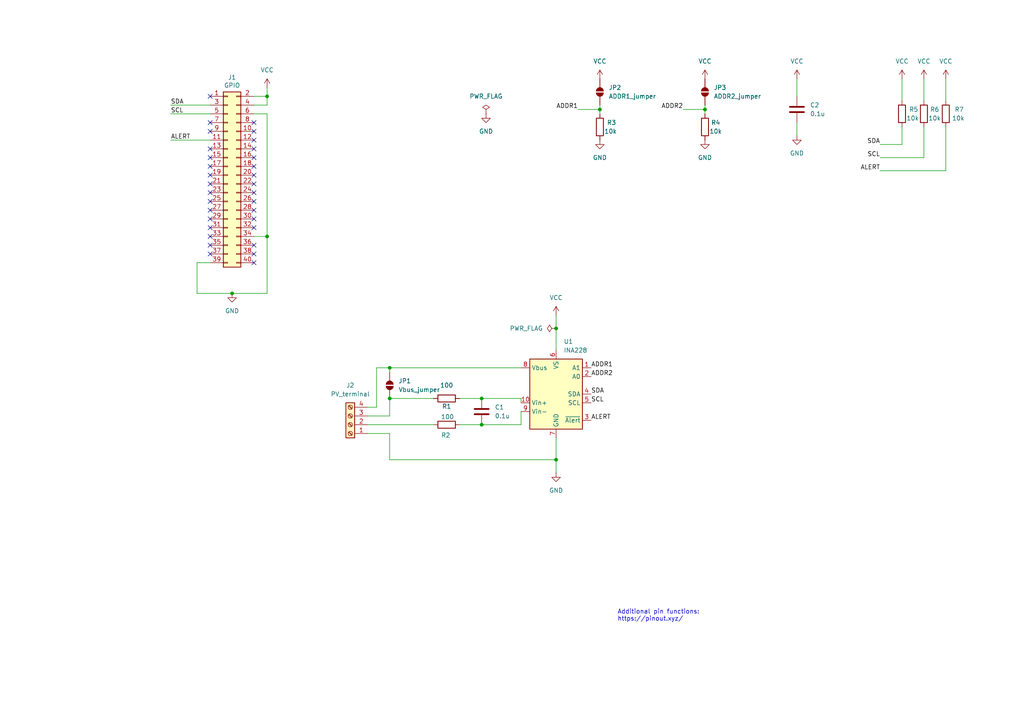
<source format=kicad_sch>
(kicad_sch
	(version 20231120)
	(generator "eeschema")
	(generator_version "8.0")
	(uuid "e63e39d7-6ac0-4ffd-8aa3-1841a4541b55")
	(paper "A4")
	(title_block
		(date "15 nov 2012")
	)
	(lib_symbols
		(symbol "Connector:Screw_Terminal_01x04"
			(pin_names
				(offset 1.016) hide)
			(exclude_from_sim no)
			(in_bom yes)
			(on_board yes)
			(property "Reference" "J"
				(at 0 5.08 0)
				(effects
					(font
						(size 1.27 1.27)
					)
				)
			)
			(property "Value" "Screw_Terminal_01x04"
				(at 0 -7.62 0)
				(effects
					(font
						(size 1.27 1.27)
					)
				)
			)
			(property "Footprint" ""
				(at 0 0 0)
				(effects
					(font
						(size 1.27 1.27)
					)
					(hide yes)
				)
			)
			(property "Datasheet" "~"
				(at 0 0 0)
				(effects
					(font
						(size 1.27 1.27)
					)
					(hide yes)
				)
			)
			(property "Description" "Generic screw terminal, single row, 01x04, script generated (kicad-library-utils/schlib/autogen/connector/)"
				(at 0 0 0)
				(effects
					(font
						(size 1.27 1.27)
					)
					(hide yes)
				)
			)
			(property "ki_keywords" "screw terminal"
				(at 0 0 0)
				(effects
					(font
						(size 1.27 1.27)
					)
					(hide yes)
				)
			)
			(property "ki_fp_filters" "TerminalBlock*:*"
				(at 0 0 0)
				(effects
					(font
						(size 1.27 1.27)
					)
					(hide yes)
				)
			)
			(symbol "Screw_Terminal_01x04_1_1"
				(rectangle
					(start -1.27 3.81)
					(end 1.27 -6.35)
					(stroke
						(width 0.254)
						(type default)
					)
					(fill
						(type background)
					)
				)
				(circle
					(center 0 -5.08)
					(radius 0.635)
					(stroke
						(width 0.1524)
						(type default)
					)
					(fill
						(type none)
					)
				)
				(circle
					(center 0 -2.54)
					(radius 0.635)
					(stroke
						(width 0.1524)
						(type default)
					)
					(fill
						(type none)
					)
				)
				(polyline
					(pts
						(xy -0.5334 -4.7498) (xy 0.3302 -5.588)
					)
					(stroke
						(width 0.1524)
						(type default)
					)
					(fill
						(type none)
					)
				)
				(polyline
					(pts
						(xy -0.5334 -2.2098) (xy 0.3302 -3.048)
					)
					(stroke
						(width 0.1524)
						(type default)
					)
					(fill
						(type none)
					)
				)
				(polyline
					(pts
						(xy -0.5334 0.3302) (xy 0.3302 -0.508)
					)
					(stroke
						(width 0.1524)
						(type default)
					)
					(fill
						(type none)
					)
				)
				(polyline
					(pts
						(xy -0.5334 2.8702) (xy 0.3302 2.032)
					)
					(stroke
						(width 0.1524)
						(type default)
					)
					(fill
						(type none)
					)
				)
				(polyline
					(pts
						(xy -0.3556 -4.572) (xy 0.508 -5.4102)
					)
					(stroke
						(width 0.1524)
						(type default)
					)
					(fill
						(type none)
					)
				)
				(polyline
					(pts
						(xy -0.3556 -2.032) (xy 0.508 -2.8702)
					)
					(stroke
						(width 0.1524)
						(type default)
					)
					(fill
						(type none)
					)
				)
				(polyline
					(pts
						(xy -0.3556 0.508) (xy 0.508 -0.3302)
					)
					(stroke
						(width 0.1524)
						(type default)
					)
					(fill
						(type none)
					)
				)
				(polyline
					(pts
						(xy -0.3556 3.048) (xy 0.508 2.2098)
					)
					(stroke
						(width 0.1524)
						(type default)
					)
					(fill
						(type none)
					)
				)
				(circle
					(center 0 0)
					(radius 0.635)
					(stroke
						(width 0.1524)
						(type default)
					)
					(fill
						(type none)
					)
				)
				(circle
					(center 0 2.54)
					(radius 0.635)
					(stroke
						(width 0.1524)
						(type default)
					)
					(fill
						(type none)
					)
				)
				(pin passive line
					(at -5.08 2.54 0)
					(length 3.81)
					(name "Pin_1"
						(effects
							(font
								(size 1.27 1.27)
							)
						)
					)
					(number "1"
						(effects
							(font
								(size 1.27 1.27)
							)
						)
					)
				)
				(pin passive line
					(at -5.08 0 0)
					(length 3.81)
					(name "Pin_2"
						(effects
							(font
								(size 1.27 1.27)
							)
						)
					)
					(number "2"
						(effects
							(font
								(size 1.27 1.27)
							)
						)
					)
				)
				(pin passive line
					(at -5.08 -2.54 0)
					(length 3.81)
					(name "Pin_3"
						(effects
							(font
								(size 1.27 1.27)
							)
						)
					)
					(number "3"
						(effects
							(font
								(size 1.27 1.27)
							)
						)
					)
				)
				(pin passive line
					(at -5.08 -5.08 0)
					(length 3.81)
					(name "Pin_4"
						(effects
							(font
								(size 1.27 1.27)
							)
						)
					)
					(number "4"
						(effects
							(font
								(size 1.27 1.27)
							)
						)
					)
				)
			)
		)
		(symbol "Connector_Generic:Conn_02x20_Odd_Even"
			(pin_names
				(offset 1.016) hide)
			(exclude_from_sim no)
			(in_bom yes)
			(on_board yes)
			(property "Reference" "J"
				(at 1.27 25.4 0)
				(effects
					(font
						(size 1.27 1.27)
					)
				)
			)
			(property "Value" "Conn_02x20_Odd_Even"
				(at 1.27 -27.94 0)
				(effects
					(font
						(size 1.27 1.27)
					)
				)
			)
			(property "Footprint" ""
				(at 0 0 0)
				(effects
					(font
						(size 1.27 1.27)
					)
					(hide yes)
				)
			)
			(property "Datasheet" "~"
				(at 0 0 0)
				(effects
					(font
						(size 1.27 1.27)
					)
					(hide yes)
				)
			)
			(property "Description" "Generic connector, double row, 02x20, odd/even pin numbering scheme (row 1 odd numbers, row 2 even numbers), script generated (kicad-library-utils/schlib/autogen/connector/)"
				(at 0 0 0)
				(effects
					(font
						(size 1.27 1.27)
					)
					(hide yes)
				)
			)
			(property "ki_keywords" "connector"
				(at 0 0 0)
				(effects
					(font
						(size 1.27 1.27)
					)
					(hide yes)
				)
			)
			(property "ki_fp_filters" "Connector*:*_2x??_*"
				(at 0 0 0)
				(effects
					(font
						(size 1.27 1.27)
					)
					(hide yes)
				)
			)
			(symbol "Conn_02x20_Odd_Even_1_1"
				(rectangle
					(start -1.27 -25.273)
					(end 0 -25.527)
					(stroke
						(width 0.1524)
						(type default)
					)
					(fill
						(type none)
					)
				)
				(rectangle
					(start -1.27 -22.733)
					(end 0 -22.987)
					(stroke
						(width 0.1524)
						(type default)
					)
					(fill
						(type none)
					)
				)
				(rectangle
					(start -1.27 -20.193)
					(end 0 -20.447)
					(stroke
						(width 0.1524)
						(type default)
					)
					(fill
						(type none)
					)
				)
				(rectangle
					(start -1.27 -17.653)
					(end 0 -17.907)
					(stroke
						(width 0.1524)
						(type default)
					)
					(fill
						(type none)
					)
				)
				(rectangle
					(start -1.27 -15.113)
					(end 0 -15.367)
					(stroke
						(width 0.1524)
						(type default)
					)
					(fill
						(type none)
					)
				)
				(rectangle
					(start -1.27 -12.573)
					(end 0 -12.827)
					(stroke
						(width 0.1524)
						(type default)
					)
					(fill
						(type none)
					)
				)
				(rectangle
					(start -1.27 -10.033)
					(end 0 -10.287)
					(stroke
						(width 0.1524)
						(type default)
					)
					(fill
						(type none)
					)
				)
				(rectangle
					(start -1.27 -7.493)
					(end 0 -7.747)
					(stroke
						(width 0.1524)
						(type default)
					)
					(fill
						(type none)
					)
				)
				(rectangle
					(start -1.27 -4.953)
					(end 0 -5.207)
					(stroke
						(width 0.1524)
						(type default)
					)
					(fill
						(type none)
					)
				)
				(rectangle
					(start -1.27 -2.413)
					(end 0 -2.667)
					(stroke
						(width 0.1524)
						(type default)
					)
					(fill
						(type none)
					)
				)
				(rectangle
					(start -1.27 0.127)
					(end 0 -0.127)
					(stroke
						(width 0.1524)
						(type default)
					)
					(fill
						(type none)
					)
				)
				(rectangle
					(start -1.27 2.667)
					(end 0 2.413)
					(stroke
						(width 0.1524)
						(type default)
					)
					(fill
						(type none)
					)
				)
				(rectangle
					(start -1.27 5.207)
					(end 0 4.953)
					(stroke
						(width 0.1524)
						(type default)
					)
					(fill
						(type none)
					)
				)
				(rectangle
					(start -1.27 7.747)
					(end 0 7.493)
					(stroke
						(width 0.1524)
						(type default)
					)
					(fill
						(type none)
					)
				)
				(rectangle
					(start -1.27 10.287)
					(end 0 10.033)
					(stroke
						(width 0.1524)
						(type default)
					)
					(fill
						(type none)
					)
				)
				(rectangle
					(start -1.27 12.827)
					(end 0 12.573)
					(stroke
						(width 0.1524)
						(type default)
					)
					(fill
						(type none)
					)
				)
				(rectangle
					(start -1.27 15.367)
					(end 0 15.113)
					(stroke
						(width 0.1524)
						(type default)
					)
					(fill
						(type none)
					)
				)
				(rectangle
					(start -1.27 17.907)
					(end 0 17.653)
					(stroke
						(width 0.1524)
						(type default)
					)
					(fill
						(type none)
					)
				)
				(rectangle
					(start -1.27 20.447)
					(end 0 20.193)
					(stroke
						(width 0.1524)
						(type default)
					)
					(fill
						(type none)
					)
				)
				(rectangle
					(start -1.27 22.987)
					(end 0 22.733)
					(stroke
						(width 0.1524)
						(type default)
					)
					(fill
						(type none)
					)
				)
				(rectangle
					(start -1.27 24.13)
					(end 3.81 -26.67)
					(stroke
						(width 0.254)
						(type default)
					)
					(fill
						(type background)
					)
				)
				(rectangle
					(start 3.81 -25.273)
					(end 2.54 -25.527)
					(stroke
						(width 0.1524)
						(type default)
					)
					(fill
						(type none)
					)
				)
				(rectangle
					(start 3.81 -22.733)
					(end 2.54 -22.987)
					(stroke
						(width 0.1524)
						(type default)
					)
					(fill
						(type none)
					)
				)
				(rectangle
					(start 3.81 -20.193)
					(end 2.54 -20.447)
					(stroke
						(width 0.1524)
						(type default)
					)
					(fill
						(type none)
					)
				)
				(rectangle
					(start 3.81 -17.653)
					(end 2.54 -17.907)
					(stroke
						(width 0.1524)
						(type default)
					)
					(fill
						(type none)
					)
				)
				(rectangle
					(start 3.81 -15.113)
					(end 2.54 -15.367)
					(stroke
						(width 0.1524)
						(type default)
					)
					(fill
						(type none)
					)
				)
				(rectangle
					(start 3.81 -12.573)
					(end 2.54 -12.827)
					(stroke
						(width 0.1524)
						(type default)
					)
					(fill
						(type none)
					)
				)
				(rectangle
					(start 3.81 -10.033)
					(end 2.54 -10.287)
					(stroke
						(width 0.1524)
						(type default)
					)
					(fill
						(type none)
					)
				)
				(rectangle
					(start 3.81 -7.493)
					(end 2.54 -7.747)
					(stroke
						(width 0.1524)
						(type default)
					)
					(fill
						(type none)
					)
				)
				(rectangle
					(start 3.81 -4.953)
					(end 2.54 -5.207)
					(stroke
						(width 0.1524)
						(type default)
					)
					(fill
						(type none)
					)
				)
				(rectangle
					(start 3.81 -2.413)
					(end 2.54 -2.667)
					(stroke
						(width 0.1524)
						(type default)
					)
					(fill
						(type none)
					)
				)
				(rectangle
					(start 3.81 0.127)
					(end 2.54 -0.127)
					(stroke
						(width 0.1524)
						(type default)
					)
					(fill
						(type none)
					)
				)
				(rectangle
					(start 3.81 2.667)
					(end 2.54 2.413)
					(stroke
						(width 0.1524)
						(type default)
					)
					(fill
						(type none)
					)
				)
				(rectangle
					(start 3.81 5.207)
					(end 2.54 4.953)
					(stroke
						(width 0.1524)
						(type default)
					)
					(fill
						(type none)
					)
				)
				(rectangle
					(start 3.81 7.747)
					(end 2.54 7.493)
					(stroke
						(width 0.1524)
						(type default)
					)
					(fill
						(type none)
					)
				)
				(rectangle
					(start 3.81 10.287)
					(end 2.54 10.033)
					(stroke
						(width 0.1524)
						(type default)
					)
					(fill
						(type none)
					)
				)
				(rectangle
					(start 3.81 12.827)
					(end 2.54 12.573)
					(stroke
						(width 0.1524)
						(type default)
					)
					(fill
						(type none)
					)
				)
				(rectangle
					(start 3.81 15.367)
					(end 2.54 15.113)
					(stroke
						(width 0.1524)
						(type default)
					)
					(fill
						(type none)
					)
				)
				(rectangle
					(start 3.81 17.907)
					(end 2.54 17.653)
					(stroke
						(width 0.1524)
						(type default)
					)
					(fill
						(type none)
					)
				)
				(rectangle
					(start 3.81 20.447)
					(end 2.54 20.193)
					(stroke
						(width 0.1524)
						(type default)
					)
					(fill
						(type none)
					)
				)
				(rectangle
					(start 3.81 22.987)
					(end 2.54 22.733)
					(stroke
						(width 0.1524)
						(type default)
					)
					(fill
						(type none)
					)
				)
				(pin passive line
					(at -5.08 22.86 0)
					(length 3.81)
					(name "Pin_1"
						(effects
							(font
								(size 1.27 1.27)
							)
						)
					)
					(number "1"
						(effects
							(font
								(size 1.27 1.27)
							)
						)
					)
				)
				(pin passive line
					(at 7.62 12.7 180)
					(length 3.81)
					(name "Pin_10"
						(effects
							(font
								(size 1.27 1.27)
							)
						)
					)
					(number "10"
						(effects
							(font
								(size 1.27 1.27)
							)
						)
					)
				)
				(pin passive line
					(at -5.08 10.16 0)
					(length 3.81)
					(name "Pin_11"
						(effects
							(font
								(size 1.27 1.27)
							)
						)
					)
					(number "11"
						(effects
							(font
								(size 1.27 1.27)
							)
						)
					)
				)
				(pin passive line
					(at 7.62 10.16 180)
					(length 3.81)
					(name "Pin_12"
						(effects
							(font
								(size 1.27 1.27)
							)
						)
					)
					(number "12"
						(effects
							(font
								(size 1.27 1.27)
							)
						)
					)
				)
				(pin passive line
					(at -5.08 7.62 0)
					(length 3.81)
					(name "Pin_13"
						(effects
							(font
								(size 1.27 1.27)
							)
						)
					)
					(number "13"
						(effects
							(font
								(size 1.27 1.27)
							)
						)
					)
				)
				(pin passive line
					(at 7.62 7.62 180)
					(length 3.81)
					(name "Pin_14"
						(effects
							(font
								(size 1.27 1.27)
							)
						)
					)
					(number "14"
						(effects
							(font
								(size 1.27 1.27)
							)
						)
					)
				)
				(pin passive line
					(at -5.08 5.08 0)
					(length 3.81)
					(name "Pin_15"
						(effects
							(font
								(size 1.27 1.27)
							)
						)
					)
					(number "15"
						(effects
							(font
								(size 1.27 1.27)
							)
						)
					)
				)
				(pin passive line
					(at 7.62 5.08 180)
					(length 3.81)
					(name "Pin_16"
						(effects
							(font
								(size 1.27 1.27)
							)
						)
					)
					(number "16"
						(effects
							(font
								(size 1.27 1.27)
							)
						)
					)
				)
				(pin passive line
					(at -5.08 2.54 0)
					(length 3.81)
					(name "Pin_17"
						(effects
							(font
								(size 1.27 1.27)
							)
						)
					)
					(number "17"
						(effects
							(font
								(size 1.27 1.27)
							)
						)
					)
				)
				(pin passive line
					(at 7.62 2.54 180)
					(length 3.81)
					(name "Pin_18"
						(effects
							(font
								(size 1.27 1.27)
							)
						)
					)
					(number "18"
						(effects
							(font
								(size 1.27 1.27)
							)
						)
					)
				)
				(pin passive line
					(at -5.08 0 0)
					(length 3.81)
					(name "Pin_19"
						(effects
							(font
								(size 1.27 1.27)
							)
						)
					)
					(number "19"
						(effects
							(font
								(size 1.27 1.27)
							)
						)
					)
				)
				(pin passive line
					(at 7.62 22.86 180)
					(length 3.81)
					(name "Pin_2"
						(effects
							(font
								(size 1.27 1.27)
							)
						)
					)
					(number "2"
						(effects
							(font
								(size 1.27 1.27)
							)
						)
					)
				)
				(pin passive line
					(at 7.62 0 180)
					(length 3.81)
					(name "Pin_20"
						(effects
							(font
								(size 1.27 1.27)
							)
						)
					)
					(number "20"
						(effects
							(font
								(size 1.27 1.27)
							)
						)
					)
				)
				(pin passive line
					(at -5.08 -2.54 0)
					(length 3.81)
					(name "Pin_21"
						(effects
							(font
								(size 1.27 1.27)
							)
						)
					)
					(number "21"
						(effects
							(font
								(size 1.27 1.27)
							)
						)
					)
				)
				(pin passive line
					(at 7.62 -2.54 180)
					(length 3.81)
					(name "Pin_22"
						(effects
							(font
								(size 1.27 1.27)
							)
						)
					)
					(number "22"
						(effects
							(font
								(size 1.27 1.27)
							)
						)
					)
				)
				(pin passive line
					(at -5.08 -5.08 0)
					(length 3.81)
					(name "Pin_23"
						(effects
							(font
								(size 1.27 1.27)
							)
						)
					)
					(number "23"
						(effects
							(font
								(size 1.27 1.27)
							)
						)
					)
				)
				(pin passive line
					(at 7.62 -5.08 180)
					(length 3.81)
					(name "Pin_24"
						(effects
							(font
								(size 1.27 1.27)
							)
						)
					)
					(number "24"
						(effects
							(font
								(size 1.27 1.27)
							)
						)
					)
				)
				(pin passive line
					(at -5.08 -7.62 0)
					(length 3.81)
					(name "Pin_25"
						(effects
							(font
								(size 1.27 1.27)
							)
						)
					)
					(number "25"
						(effects
							(font
								(size 1.27 1.27)
							)
						)
					)
				)
				(pin passive line
					(at 7.62 -7.62 180)
					(length 3.81)
					(name "Pin_26"
						(effects
							(font
								(size 1.27 1.27)
							)
						)
					)
					(number "26"
						(effects
							(font
								(size 1.27 1.27)
							)
						)
					)
				)
				(pin passive line
					(at -5.08 -10.16 0)
					(length 3.81)
					(name "Pin_27"
						(effects
							(font
								(size 1.27 1.27)
							)
						)
					)
					(number "27"
						(effects
							(font
								(size 1.27 1.27)
							)
						)
					)
				)
				(pin passive line
					(at 7.62 -10.16 180)
					(length 3.81)
					(name "Pin_28"
						(effects
							(font
								(size 1.27 1.27)
							)
						)
					)
					(number "28"
						(effects
							(font
								(size 1.27 1.27)
							)
						)
					)
				)
				(pin passive line
					(at -5.08 -12.7 0)
					(length 3.81)
					(name "Pin_29"
						(effects
							(font
								(size 1.27 1.27)
							)
						)
					)
					(number "29"
						(effects
							(font
								(size 1.27 1.27)
							)
						)
					)
				)
				(pin passive line
					(at -5.08 20.32 0)
					(length 3.81)
					(name "Pin_3"
						(effects
							(font
								(size 1.27 1.27)
							)
						)
					)
					(number "3"
						(effects
							(font
								(size 1.27 1.27)
							)
						)
					)
				)
				(pin passive line
					(at 7.62 -12.7 180)
					(length 3.81)
					(name "Pin_30"
						(effects
							(font
								(size 1.27 1.27)
							)
						)
					)
					(number "30"
						(effects
							(font
								(size 1.27 1.27)
							)
						)
					)
				)
				(pin passive line
					(at -5.08 -15.24 0)
					(length 3.81)
					(name "Pin_31"
						(effects
							(font
								(size 1.27 1.27)
							)
						)
					)
					(number "31"
						(effects
							(font
								(size 1.27 1.27)
							)
						)
					)
				)
				(pin passive line
					(at 7.62 -15.24 180)
					(length 3.81)
					(name "Pin_32"
						(effects
							(font
								(size 1.27 1.27)
							)
						)
					)
					(number "32"
						(effects
							(font
								(size 1.27 1.27)
							)
						)
					)
				)
				(pin passive line
					(at -5.08 -17.78 0)
					(length 3.81)
					(name "Pin_33"
						(effects
							(font
								(size 1.27 1.27)
							)
						)
					)
					(number "33"
						(effects
							(font
								(size 1.27 1.27)
							)
						)
					)
				)
				(pin passive line
					(at 7.62 -17.78 180)
					(length 3.81)
					(name "Pin_34"
						(effects
							(font
								(size 1.27 1.27)
							)
						)
					)
					(number "34"
						(effects
							(font
								(size 1.27 1.27)
							)
						)
					)
				)
				(pin passive line
					(at -5.08 -20.32 0)
					(length 3.81)
					(name "Pin_35"
						(effects
							(font
								(size 1.27 1.27)
							)
						)
					)
					(number "35"
						(effects
							(font
								(size 1.27 1.27)
							)
						)
					)
				)
				(pin passive line
					(at 7.62 -20.32 180)
					(length 3.81)
					(name "Pin_36"
						(effects
							(font
								(size 1.27 1.27)
							)
						)
					)
					(number "36"
						(effects
							(font
								(size 1.27 1.27)
							)
						)
					)
				)
				(pin passive line
					(at -5.08 -22.86 0)
					(length 3.81)
					(name "Pin_37"
						(effects
							(font
								(size 1.27 1.27)
							)
						)
					)
					(number "37"
						(effects
							(font
								(size 1.27 1.27)
							)
						)
					)
				)
				(pin passive line
					(at 7.62 -22.86 180)
					(length 3.81)
					(name "Pin_38"
						(effects
							(font
								(size 1.27 1.27)
							)
						)
					)
					(number "38"
						(effects
							(font
								(size 1.27 1.27)
							)
						)
					)
				)
				(pin passive line
					(at -5.08 -25.4 0)
					(length 3.81)
					(name "Pin_39"
						(effects
							(font
								(size 1.27 1.27)
							)
						)
					)
					(number "39"
						(effects
							(font
								(size 1.27 1.27)
							)
						)
					)
				)
				(pin passive line
					(at 7.62 20.32 180)
					(length 3.81)
					(name "Pin_4"
						(effects
							(font
								(size 1.27 1.27)
							)
						)
					)
					(number "4"
						(effects
							(font
								(size 1.27 1.27)
							)
						)
					)
				)
				(pin passive line
					(at 7.62 -25.4 180)
					(length 3.81)
					(name "Pin_40"
						(effects
							(font
								(size 1.27 1.27)
							)
						)
					)
					(number "40"
						(effects
							(font
								(size 1.27 1.27)
							)
						)
					)
				)
				(pin passive line
					(at -5.08 17.78 0)
					(length 3.81)
					(name "Pin_5"
						(effects
							(font
								(size 1.27 1.27)
							)
						)
					)
					(number "5"
						(effects
							(font
								(size 1.27 1.27)
							)
						)
					)
				)
				(pin passive line
					(at 7.62 17.78 180)
					(length 3.81)
					(name "Pin_6"
						(effects
							(font
								(size 1.27 1.27)
							)
						)
					)
					(number "6"
						(effects
							(font
								(size 1.27 1.27)
							)
						)
					)
				)
				(pin passive line
					(at -5.08 15.24 0)
					(length 3.81)
					(name "Pin_7"
						(effects
							(font
								(size 1.27 1.27)
							)
						)
					)
					(number "7"
						(effects
							(font
								(size 1.27 1.27)
							)
						)
					)
				)
				(pin passive line
					(at 7.62 15.24 180)
					(length 3.81)
					(name "Pin_8"
						(effects
							(font
								(size 1.27 1.27)
							)
						)
					)
					(number "8"
						(effects
							(font
								(size 1.27 1.27)
							)
						)
					)
				)
				(pin passive line
					(at -5.08 12.7 0)
					(length 3.81)
					(name "Pin_9"
						(effects
							(font
								(size 1.27 1.27)
							)
						)
					)
					(number "9"
						(effects
							(font
								(size 1.27 1.27)
							)
						)
					)
				)
			)
		)
		(symbol "Device:C"
			(pin_numbers hide)
			(pin_names
				(offset 0.254)
			)
			(exclude_from_sim no)
			(in_bom yes)
			(on_board yes)
			(property "Reference" "C"
				(at 0.635 2.54 0)
				(effects
					(font
						(size 1.27 1.27)
					)
					(justify left)
				)
			)
			(property "Value" "C"
				(at 0.635 -2.54 0)
				(effects
					(font
						(size 1.27 1.27)
					)
					(justify left)
				)
			)
			(property "Footprint" ""
				(at 0.9652 -3.81 0)
				(effects
					(font
						(size 1.27 1.27)
					)
					(hide yes)
				)
			)
			(property "Datasheet" "~"
				(at 0 0 0)
				(effects
					(font
						(size 1.27 1.27)
					)
					(hide yes)
				)
			)
			(property "Description" "Unpolarized capacitor"
				(at 0 0 0)
				(effects
					(font
						(size 1.27 1.27)
					)
					(hide yes)
				)
			)
			(property "ki_keywords" "cap capacitor"
				(at 0 0 0)
				(effects
					(font
						(size 1.27 1.27)
					)
					(hide yes)
				)
			)
			(property "ki_fp_filters" "C_*"
				(at 0 0 0)
				(effects
					(font
						(size 1.27 1.27)
					)
					(hide yes)
				)
			)
			(symbol "C_0_1"
				(polyline
					(pts
						(xy -2.032 -0.762) (xy 2.032 -0.762)
					)
					(stroke
						(width 0.508)
						(type default)
					)
					(fill
						(type none)
					)
				)
				(polyline
					(pts
						(xy -2.032 0.762) (xy 2.032 0.762)
					)
					(stroke
						(width 0.508)
						(type default)
					)
					(fill
						(type none)
					)
				)
			)
			(symbol "C_1_1"
				(pin passive line
					(at 0 3.81 270)
					(length 2.794)
					(name "~"
						(effects
							(font
								(size 1.27 1.27)
							)
						)
					)
					(number "1"
						(effects
							(font
								(size 1.27 1.27)
							)
						)
					)
				)
				(pin passive line
					(at 0 -3.81 90)
					(length 2.794)
					(name "~"
						(effects
							(font
								(size 1.27 1.27)
							)
						)
					)
					(number "2"
						(effects
							(font
								(size 1.27 1.27)
							)
						)
					)
				)
			)
		)
		(symbol "Device:R"
			(pin_numbers hide)
			(pin_names
				(offset 0)
			)
			(exclude_from_sim no)
			(in_bom yes)
			(on_board yes)
			(property "Reference" "R"
				(at 2.032 0 90)
				(effects
					(font
						(size 1.27 1.27)
					)
				)
			)
			(property "Value" "R"
				(at 0 0 90)
				(effects
					(font
						(size 1.27 1.27)
					)
				)
			)
			(property "Footprint" ""
				(at -1.778 0 90)
				(effects
					(font
						(size 1.27 1.27)
					)
					(hide yes)
				)
			)
			(property "Datasheet" "~"
				(at 0 0 0)
				(effects
					(font
						(size 1.27 1.27)
					)
					(hide yes)
				)
			)
			(property "Description" "Resistor"
				(at 0 0 0)
				(effects
					(font
						(size 1.27 1.27)
					)
					(hide yes)
				)
			)
			(property "ki_keywords" "R res resistor"
				(at 0 0 0)
				(effects
					(font
						(size 1.27 1.27)
					)
					(hide yes)
				)
			)
			(property "ki_fp_filters" "R_*"
				(at 0 0 0)
				(effects
					(font
						(size 1.27 1.27)
					)
					(hide yes)
				)
			)
			(symbol "R_0_1"
				(rectangle
					(start -1.016 -2.54)
					(end 1.016 2.54)
					(stroke
						(width 0.254)
						(type default)
					)
					(fill
						(type none)
					)
				)
			)
			(symbol "R_1_1"
				(pin passive line
					(at 0 3.81 270)
					(length 1.27)
					(name "~"
						(effects
							(font
								(size 1.27 1.27)
							)
						)
					)
					(number "1"
						(effects
							(font
								(size 1.27 1.27)
							)
						)
					)
				)
				(pin passive line
					(at 0 -3.81 90)
					(length 1.27)
					(name "~"
						(effects
							(font
								(size 1.27 1.27)
							)
						)
					)
					(number "2"
						(effects
							(font
								(size 1.27 1.27)
							)
						)
					)
				)
			)
		)
		(symbol "GND_3"
			(power)
			(pin_names
				(offset 0)
			)
			(exclude_from_sim no)
			(in_bom yes)
			(on_board yes)
			(property "Reference" "#PWR"
				(at 0 -6.35 0)
				(effects
					(font
						(size 1.27 1.27)
					)
					(hide yes)
				)
			)
			(property "Value" "GND"
				(at 0 -3.81 0)
				(effects
					(font
						(size 1.27 1.27)
					)
				)
			)
			(property "Footprint" ""
				(at 0 0 0)
				(effects
					(font
						(size 1.27 1.27)
					)
					(hide yes)
				)
			)
			(property "Datasheet" ""
				(at 0 0 0)
				(effects
					(font
						(size 1.27 1.27)
					)
					(hide yes)
				)
			)
			(property "Description" "Power symbol creates a global label with name \"GND\" , ground"
				(at 0 0 0)
				(effects
					(font
						(size 1.27 1.27)
					)
					(hide yes)
				)
			)
			(property "ki_keywords" "power-flag"
				(at 0 0 0)
				(effects
					(font
						(size 1.27 1.27)
					)
					(hide yes)
				)
			)
			(symbol "GND_3_0_1"
				(polyline
					(pts
						(xy 0 0) (xy 0 -1.27) (xy 1.27 -1.27) (xy 0 -2.54) (xy -1.27 -1.27) (xy 0 -1.27)
					)
					(stroke
						(width 0)
						(type default)
					)
					(fill
						(type none)
					)
				)
			)
			(symbol "GND_3_1_1"
				(pin power_in line
					(at 0 0 270)
					(length 0) hide
					(name "GND"
						(effects
							(font
								(size 1.27 1.27)
							)
						)
					)
					(number "1"
						(effects
							(font
								(size 1.27 1.27)
							)
						)
					)
				)
			)
		)
		(symbol "Jumper:SolderJumper_2_Open"
			(pin_numbers hide)
			(pin_names
				(offset 0) hide)
			(exclude_from_sim yes)
			(in_bom no)
			(on_board yes)
			(property "Reference" "JP"
				(at 0 2.032 0)
				(effects
					(font
						(size 1.27 1.27)
					)
				)
			)
			(property "Value" "SolderJumper_2_Open"
				(at 0 -2.54 0)
				(effects
					(font
						(size 1.27 1.27)
					)
				)
			)
			(property "Footprint" ""
				(at 0 0 0)
				(effects
					(font
						(size 1.27 1.27)
					)
					(hide yes)
				)
			)
			(property "Datasheet" "~"
				(at 0 0 0)
				(effects
					(font
						(size 1.27 1.27)
					)
					(hide yes)
				)
			)
			(property "Description" "Solder Jumper, 2-pole, open"
				(at 0 0 0)
				(effects
					(font
						(size 1.27 1.27)
					)
					(hide yes)
				)
			)
			(property "ki_keywords" "solder jumper SPST"
				(at 0 0 0)
				(effects
					(font
						(size 1.27 1.27)
					)
					(hide yes)
				)
			)
			(property "ki_fp_filters" "SolderJumper*Open*"
				(at 0 0 0)
				(effects
					(font
						(size 1.27 1.27)
					)
					(hide yes)
				)
			)
			(symbol "SolderJumper_2_Open_0_1"
				(arc
					(start -0.254 1.016)
					(mid -1.2656 0)
					(end -0.254 -1.016)
					(stroke
						(width 0)
						(type default)
					)
					(fill
						(type none)
					)
				)
				(arc
					(start -0.254 1.016)
					(mid -1.2656 0)
					(end -0.254 -1.016)
					(stroke
						(width 0)
						(type default)
					)
					(fill
						(type outline)
					)
				)
				(polyline
					(pts
						(xy -0.254 1.016) (xy -0.254 -1.016)
					)
					(stroke
						(width 0)
						(type default)
					)
					(fill
						(type none)
					)
				)
				(polyline
					(pts
						(xy 0.254 1.016) (xy 0.254 -1.016)
					)
					(stroke
						(width 0)
						(type default)
					)
					(fill
						(type none)
					)
				)
				(arc
					(start 0.254 -1.016)
					(mid 1.2656 0)
					(end 0.254 1.016)
					(stroke
						(width 0)
						(type default)
					)
					(fill
						(type none)
					)
				)
				(arc
					(start 0.254 -1.016)
					(mid 1.2656 0)
					(end 0.254 1.016)
					(stroke
						(width 0)
						(type default)
					)
					(fill
						(type outline)
					)
				)
			)
			(symbol "SolderJumper_2_Open_1_1"
				(pin passive line
					(at -3.81 0 0)
					(length 2.54)
					(name "A"
						(effects
							(font
								(size 1.27 1.27)
							)
						)
					)
					(number "1"
						(effects
							(font
								(size 1.27 1.27)
							)
						)
					)
				)
				(pin passive line
					(at 3.81 0 180)
					(length 2.54)
					(name "B"
						(effects
							(font
								(size 1.27 1.27)
							)
						)
					)
					(number "2"
						(effects
							(font
								(size 1.27 1.27)
							)
						)
					)
				)
			)
		)
		(symbol "Sensor_Energy:INA228"
			(exclude_from_sim no)
			(in_bom yes)
			(on_board yes)
			(property "Reference" "U1"
				(at 2.1941 15.24 0)
				(effects
					(font
						(size 1.27 1.27)
					)
					(justify left)
				)
			)
			(property "Value" "INA228"
				(at 2.1941 12.7 0)
				(effects
					(font
						(size 1.27 1.27)
					)
					(justify left)
				)
			)
			(property "Footprint" "footprints:VSSOP10_DGS_TEX"
				(at 20.32 -11.43 0)
				(effects
					(font
						(size 1.27 1.27)
					)
					(hide yes)
				)
			)
			(property "Datasheet" "https://www.ti.com/lit/ds/symlink/ina228.pdf"
				(at 8.89 -2.54 0)
				(effects
					(font
						(size 1.27 1.27)
					)
					(hide yes)
				)
			)
			(property "Description" "High-Side or Low-Side Measurement, Bi-Directional Current and Power Monitor (0-85V) with I2C, SMBus-, and PMBus-Compatible Interface, VSSOP-10"
				(at 0 0 0)
				(effects
					(font
						(size 1.27 1.27)
					)
					(hide yes)
				)
			)
			(property "ki_keywords" "ADC I2C 20-Bit Oversampling Current Shunt"
				(at 0 0 0)
				(effects
					(font
						(size 1.27 1.27)
					)
					(hide yes)
				)
			)
			(property "ki_fp_filters" "VSSOP*3x3mm*P0.5mm*"
				(at 0 0 0)
				(effects
					(font
						(size 1.27 1.27)
					)
					(hide yes)
				)
			)
			(symbol "INA228_0_1"
				(rectangle
					(start 7.62 10.16)
					(end -7.62 -10.16)
					(stroke
						(width 0.254)
						(type default)
					)
					(fill
						(type background)
					)
				)
			)
			(symbol "INA228_1_1"
				(pin input line
					(at 10.16 7.62 180)
					(length 2.54)
					(name "A1"
						(effects
							(font
								(size 1.27 1.27)
							)
						)
					)
					(number "1"
						(effects
							(font
								(size 1.27 1.27)
							)
						)
					)
				)
				(pin input line
					(at -10.16 -2.54 0)
					(length 2.54)
					(name "Vin+"
						(effects
							(font
								(size 1.27 1.27)
							)
						)
					)
					(number "10"
						(effects
							(font
								(size 1.27 1.27)
							)
						)
					)
				)
				(pin input line
					(at 10.16 5.08 180)
					(length 2.54)
					(name "A0"
						(effects
							(font
								(size 1.27 1.27)
							)
						)
					)
					(number "2"
						(effects
							(font
								(size 1.27 1.27)
							)
						)
					)
				)
				(pin open_collector line
					(at 10.16 -7.62 180)
					(length 2.54)
					(name "~{Alert}"
						(effects
							(font
								(size 1.27 1.27)
							)
						)
					)
					(number "3"
						(effects
							(font
								(size 1.27 1.27)
							)
						)
					)
				)
				(pin bidirectional line
					(at 10.16 0 180)
					(length 2.54)
					(name "SDA"
						(effects
							(font
								(size 1.27 1.27)
							)
						)
					)
					(number "4"
						(effects
							(font
								(size 1.27 1.27)
							)
						)
					)
				)
				(pin input line
					(at 10.16 -2.54 180)
					(length 2.54)
					(name "SCL"
						(effects
							(font
								(size 1.27 1.27)
							)
						)
					)
					(number "5"
						(effects
							(font
								(size 1.27 1.27)
							)
						)
					)
				)
				(pin power_in line
					(at 0 12.7 270)
					(length 2.54)
					(name "VS"
						(effects
							(font
								(size 1.27 1.27)
							)
						)
					)
					(number "6"
						(effects
							(font
								(size 1.27 1.27)
							)
						)
					)
				)
				(pin power_in line
					(at 0 -12.7 90)
					(length 2.54)
					(name "GND"
						(effects
							(font
								(size 1.27 1.27)
							)
						)
					)
					(number "7"
						(effects
							(font
								(size 1.27 1.27)
							)
						)
					)
				)
				(pin input line
					(at -10.16 7.62 0)
					(length 2.54)
					(name "Vbus"
						(effects
							(font
								(size 1.27 1.27)
							)
						)
					)
					(number "8"
						(effects
							(font
								(size 1.27 1.27)
							)
						)
					)
				)
				(pin input line
					(at -10.16 -5.08 0)
					(length 2.54)
					(name "Vin-"
						(effects
							(font
								(size 1.27 1.27)
							)
						)
					)
					(number "9"
						(effects
							(font
								(size 1.27 1.27)
							)
						)
					)
				)
			)
		)
		(symbol "power:PWR_FLAG"
			(power)
			(pin_numbers hide)
			(pin_names
				(offset 0) hide)
			(exclude_from_sim no)
			(in_bom yes)
			(on_board yes)
			(property "Reference" "#FLG"
				(at 0 1.905 0)
				(effects
					(font
						(size 1.27 1.27)
					)
					(hide yes)
				)
			)
			(property "Value" "PWR_FLAG"
				(at 0 3.81 0)
				(effects
					(font
						(size 1.27 1.27)
					)
				)
			)
			(property "Footprint" ""
				(at 0 0 0)
				(effects
					(font
						(size 1.27 1.27)
					)
					(hide yes)
				)
			)
			(property "Datasheet" "~"
				(at 0 0 0)
				(effects
					(font
						(size 1.27 1.27)
					)
					(hide yes)
				)
			)
			(property "Description" "Special symbol for telling ERC where power comes from"
				(at 0 0 0)
				(effects
					(font
						(size 1.27 1.27)
					)
					(hide yes)
				)
			)
			(property "ki_keywords" "power-flag"
				(at 0 0 0)
				(effects
					(font
						(size 1.27 1.27)
					)
					(hide yes)
				)
			)
			(symbol "PWR_FLAG_0_0"
				(pin power_out line
					(at 0 0 90)
					(length 0)
					(name "pwr"
						(effects
							(font
								(size 1.27 1.27)
							)
						)
					)
					(number "1"
						(effects
							(font
								(size 1.27 1.27)
							)
						)
					)
				)
			)
			(symbol "PWR_FLAG_0_1"
				(polyline
					(pts
						(xy 0 0) (xy 0 1.27) (xy -1.016 1.905) (xy 0 2.54) (xy 1.016 1.905) (xy 0 1.27)
					)
					(stroke
						(width 0)
						(type default)
					)
					(fill
						(type none)
					)
				)
			)
		)
		(symbol "power:VCC"
			(power)
			(pin_names
				(offset 0)
			)
			(exclude_from_sim no)
			(in_bom yes)
			(on_board yes)
			(property "Reference" "#PWR"
				(at 0 -3.81 0)
				(effects
					(font
						(size 1.27 1.27)
					)
					(hide yes)
				)
			)
			(property "Value" "VCC"
				(at 0 3.81 0)
				(effects
					(font
						(size 1.27 1.27)
					)
				)
			)
			(property "Footprint" ""
				(at 0 0 0)
				(effects
					(font
						(size 1.27 1.27)
					)
					(hide yes)
				)
			)
			(property "Datasheet" ""
				(at 0 0 0)
				(effects
					(font
						(size 1.27 1.27)
					)
					(hide yes)
				)
			)
			(property "Description" "Power symbol creates a global label with name \"VCC\""
				(at 0 0 0)
				(effects
					(font
						(size 1.27 1.27)
					)
					(hide yes)
				)
			)
			(property "ki_keywords" "power-flag"
				(at 0 0 0)
				(effects
					(font
						(size 1.27 1.27)
					)
					(hide yes)
				)
			)
			(symbol "VCC_0_1"
				(polyline
					(pts
						(xy -0.762 1.27) (xy 0 2.54)
					)
					(stroke
						(width 0)
						(type default)
					)
					(fill
						(type none)
					)
				)
				(polyline
					(pts
						(xy 0 0) (xy 0 2.54)
					)
					(stroke
						(width 0)
						(type default)
					)
					(fill
						(type none)
					)
				)
				(polyline
					(pts
						(xy 0 2.54) (xy 0.762 1.27)
					)
					(stroke
						(width 0)
						(type default)
					)
					(fill
						(type none)
					)
				)
			)
			(symbol "VCC_1_1"
				(pin power_in line
					(at 0 0 90)
					(length 0) hide
					(name "VCC"
						(effects
							(font
								(size 1.27 1.27)
							)
						)
					)
					(number "1"
						(effects
							(font
								(size 1.27 1.27)
							)
						)
					)
				)
			)
		)
	)
	(junction
		(at 77.47 27.94)
		(diameter 0)
		(color 0 0 0 0)
		(uuid "05742584-f066-4352-a425-f8f3358eef40")
	)
	(junction
		(at 139.7 123.19)
		(diameter 0)
		(color 0 0 0 0)
		(uuid "0a85271f-e1d5-44a4-a7a7-71b4da11d623")
	)
	(junction
		(at 139.7 115.57)
		(diameter 0)
		(color 0 0 0 0)
		(uuid "26e93fd1-784a-4c1c-bd78-fd8fd5de6d7d")
	)
	(junction
		(at 113.03 106.68)
		(diameter 0)
		(color 0 0 0 0)
		(uuid "2ac6b794-5661-4454-bab1-db6d55e67983")
	)
	(junction
		(at 67.31 85.09)
		(diameter 0)
		(color 0 0 0 0)
		(uuid "95b4e382-115a-426b-8cf7-42a605c4d5ab")
	)
	(junction
		(at 161.29 133.35)
		(diameter 0)
		(color 0 0 0 0)
		(uuid "9a7f6bd1-471c-4298-83ba-d5676139363e")
	)
	(junction
		(at 77.47 68.58)
		(diameter 0)
		(color 0 0 0 0)
		(uuid "a98e48d8-2473-4a30-b953-0ac51ce64597")
	)
	(junction
		(at 113.03 115.57)
		(diameter 0)
		(color 0 0 0 0)
		(uuid "ab88ff93-a16a-492a-94c8-b1c8f8e8d832")
	)
	(junction
		(at 173.99 31.75)
		(diameter 0)
		(color 0 0 0 0)
		(uuid "e47067cf-989a-412e-907d-5e6e044af558")
	)
	(junction
		(at 204.47 31.75)
		(diameter 0)
		(color 0 0 0 0)
		(uuid "f64030f7-5ed1-4497-8e97-2788e4de4582")
	)
	(junction
		(at 161.29 95.25)
		(diameter 0)
		(color 0 0 0 0)
		(uuid "fcc25fdb-8efd-46ea-8961-cb8bafee994b")
	)
	(no_connect
		(at 60.96 66.04)
		(uuid "0a5d2a10-20e2-4701-aac8-5010a2f6037d")
	)
	(no_connect
		(at 60.96 50.8)
		(uuid "0d4b0670-b23c-4161-84b5-4145d226efb6")
	)
	(no_connect
		(at 73.66 45.72)
		(uuid "21de737b-9723-4003-913b-4e526d979a88")
	)
	(no_connect
		(at 73.66 66.04)
		(uuid "2ae09fb6-9e28-4ba5-b743-f499247123e3")
	)
	(no_connect
		(at 60.96 38.1)
		(uuid "2dc2d35d-ccb1-4c86-8fc1-9f9af3b69295")
	)
	(no_connect
		(at 60.96 53.34)
		(uuid "30a68c1b-2e3e-4b14-95b2-11e5220f9690")
	)
	(no_connect
		(at 73.66 60.96)
		(uuid "34f3af70-3e29-4e64-a3b9-d5367d017cc1")
	)
	(no_connect
		(at 60.96 68.58)
		(uuid "392e9af4-3fe0-450d-bc12-66a74f27af5a")
	)
	(no_connect
		(at 73.66 53.34)
		(uuid "3efd68fa-fb3a-4494-a375-bcb8516fca46")
	)
	(no_connect
		(at 60.96 43.18)
		(uuid "4441dbdc-1dd2-45e7-ac84-8343c1022141")
	)
	(no_connect
		(at 73.66 38.1)
		(uuid "4f7798b4-5b38-4fa1-b0aa-a1f82122ef01")
	)
	(no_connect
		(at 73.66 50.8)
		(uuid "53830a76-70a4-46b3-bdd4-8d8068b3f6b3")
	)
	(no_connect
		(at 73.66 48.26)
		(uuid "5f8ec6a9-06c7-4ff9-aebd-f1643ac20385")
	)
	(no_connect
		(at 73.66 58.42)
		(uuid "7f5a9d7e-18d5-4c26-8d4a-aa41d26a08b6")
	)
	(no_connect
		(at 73.66 55.88)
		(uuid "88c4c6eb-0bf9-40a4-b5c2-bdcf743a7bf0")
	)
	(no_connect
		(at 73.66 73.66)
		(uuid "9985d104-584f-4475-b898-d8097ba0eb26")
	)
	(no_connect
		(at 60.96 58.42)
		(uuid "9b2da5f2-ab38-4792-964a-34e84a89c5ee")
	)
	(no_connect
		(at 73.66 63.5)
		(uuid "9bf09907-cac2-455c-b1a5-81a19c0f64ab")
	)
	(no_connect
		(at 73.66 71.12)
		(uuid "9c29c7e4-6d2b-4866-85e2-b380fa9bec40")
	)
	(no_connect
		(at 73.66 43.18)
		(uuid "a2418c2d-f631-437a-9781-426ad46f2f59")
	)
	(no_connect
		(at 73.66 76.2)
		(uuid "a389d68a-6884-43c5-b9b6-e49cad885a58")
	)
	(no_connect
		(at 73.66 40.64)
		(uuid "a6d02b3d-f359-4d07-869a-22c59c5e28cc")
	)
	(no_connect
		(at 60.96 45.72)
		(uuid "a9c011d5-5998-4fff-8d4d-8b1aa641b68f")
	)
	(no_connect
		(at 60.96 55.88)
		(uuid "abd4b73a-636a-4bf0-9c26-cb2093a93a97")
	)
	(no_connect
		(at 60.96 63.5)
		(uuid "b0742f89-0a03-471f-87b1-3aa0ba93a522")
	)
	(no_connect
		(at 60.96 27.94)
		(uuid "bbadd3ef-79cb-4904-b675-a81ada02ea10")
	)
	(no_connect
		(at 60.96 73.66)
		(uuid "bc7d0940-c005-4f86-bca0-b882cf06b073")
	)
	(no_connect
		(at 60.96 48.26)
		(uuid "bdbfebc8-3b0e-415f-826c-d8d2d2b60952")
	)
	(no_connect
		(at 60.96 71.12)
		(uuid "d4e10d82-5c15-4dcd-8daa-99d65a7ab860")
	)
	(no_connect
		(at 60.96 35.56)
		(uuid "db240977-554b-4ded-adb1-cca9a1ddc13c")
	)
	(no_connect
		(at 73.66 35.56)
		(uuid "e8ac1a4f-bd31-49f0-9752-74a77b3ce738")
	)
	(no_connect
		(at 60.96 60.96)
		(uuid "ef92428b-8231-4156-8974-0afe688724cf")
	)
	(wire
		(pts
			(xy 204.47 30.48) (xy 204.47 31.75)
		)
		(stroke
			(width 0)
			(type default)
		)
		(uuid "00e7389c-9cac-48b4-8a02-7b790dbd9f2b")
	)
	(wire
		(pts
			(xy 57.15 76.2) (xy 60.96 76.2)
		)
		(stroke
			(width 0)
			(type default)
		)
		(uuid "00e88ae7-dd8b-4a2f-aeb9-11bcdb88c761")
	)
	(wire
		(pts
			(xy 60.96 40.64) (xy 49.53 40.64)
		)
		(stroke
			(width 0)
			(type solid)
		)
		(uuid "0694ca26-7b8c-4c30-bae9-3b74fab1e60a")
	)
	(wire
		(pts
			(xy 109.22 106.68) (xy 113.03 106.68)
		)
		(stroke
			(width 0)
			(type default)
		)
		(uuid "08311144-c984-4d2f-bd30-c73bcc162c77")
	)
	(wire
		(pts
			(xy 73.66 30.48) (xy 77.47 30.48)
		)
		(stroke
			(width 0)
			(type default)
		)
		(uuid "09694c28-3701-4484-9ca7-cf5a5f128756")
	)
	(wire
		(pts
			(xy 198.12 31.75) (xy 204.47 31.75)
		)
		(stroke
			(width 0)
			(type default)
		)
		(uuid "0a5020cb-9098-4784-9519-2f9d017b8e10")
	)
	(wire
		(pts
			(xy 231.14 22.86) (xy 231.14 27.94)
		)
		(stroke
			(width 0)
			(type default)
		)
		(uuid "0ef657f1-8683-4d0e-b02b-63d7e117aae1")
	)
	(wire
		(pts
			(xy 167.64 31.75) (xy 173.99 31.75)
		)
		(stroke
			(width 0)
			(type default)
		)
		(uuid "143c41e9-779b-4304-a91b-e5497a2cfc55")
	)
	(wire
		(pts
			(xy 231.14 35.56) (xy 231.14 39.37)
		)
		(stroke
			(width 0)
			(type default)
		)
		(uuid "1a7d5e69-fbec-44ee-abe5-9548181e2452")
	)
	(wire
		(pts
			(xy 267.97 45.72) (xy 267.97 36.83)
		)
		(stroke
			(width 0)
			(type default)
		)
		(uuid "1bb5d19f-ce7f-48dd-a10a-42bfa490da61")
	)
	(wire
		(pts
			(xy 161.29 133.35) (xy 161.29 137.16)
		)
		(stroke
			(width 0)
			(type default)
		)
		(uuid "1ee47605-53d4-4b78-a70e-b2d31746c739")
	)
	(wire
		(pts
			(xy 173.99 31.75) (xy 173.99 33.02)
		)
		(stroke
			(width 0)
			(type default)
		)
		(uuid "2598b74b-5e76-41ad-9188-390df9968abb")
	)
	(wire
		(pts
			(xy 113.03 125.73) (xy 113.03 133.35)
		)
		(stroke
			(width 0)
			(type default)
		)
		(uuid "2c91fd38-f469-4ad2-a072-cd26d189b8c9")
	)
	(wire
		(pts
			(xy 73.66 68.58) (xy 77.47 68.58)
		)
		(stroke
			(width 0)
			(type default)
		)
		(uuid "3ee1ba18-9121-41dc-85c8-18515d9fc3df")
	)
	(wire
		(pts
			(xy 261.62 36.83) (xy 261.62 41.91)
		)
		(stroke
			(width 0)
			(type default)
		)
		(uuid "481cac2b-13ab-4f79-8447-ea8e8b38eecc")
	)
	(wire
		(pts
			(xy 255.27 49.53) (xy 274.32 49.53)
		)
		(stroke
			(width 0)
			(type default)
		)
		(uuid "557087de-28ab-4262-83ab-7fb1caa1c35a")
	)
	(wire
		(pts
			(xy 274.32 29.21) (xy 274.32 22.86)
		)
		(stroke
			(width 0)
			(type default)
		)
		(uuid "561d6b65-9f51-4bd2-a7f7-e262cb4acc87")
	)
	(wire
		(pts
			(xy 267.97 22.86) (xy 267.97 29.21)
		)
		(stroke
			(width 0)
			(type default)
		)
		(uuid "5c67319a-2dc3-4b72-9e63-a0a1bbd16b95")
	)
	(wire
		(pts
			(xy 139.7 115.57) (xy 151.13 115.57)
		)
		(stroke
			(width 0)
			(type default)
		)
		(uuid "62278262-f99b-44ad-a6da-c3d2f294cab5")
	)
	(wire
		(pts
			(xy 49.53 33.02) (xy 60.96 33.02)
		)
		(stroke
			(width 0)
			(type solid)
		)
		(uuid "67559638-167e-4f06-9757-aeeebf7e8930")
	)
	(wire
		(pts
			(xy 77.47 33.02) (xy 77.47 68.58)
		)
		(stroke
			(width 0)
			(type default)
		)
		(uuid "6b591593-089c-4bbe-8219-4517863d36b8")
	)
	(wire
		(pts
			(xy 255.27 45.72) (xy 267.97 45.72)
		)
		(stroke
			(width 0)
			(type default)
		)
		(uuid "6c6b1ed7-dd6a-4cd5-8292-f246d9cff77c")
	)
	(wire
		(pts
			(xy 261.62 41.91) (xy 255.27 41.91)
		)
		(stroke
			(width 0)
			(type default)
		)
		(uuid "6e129585-a571-4036-a9b2-05a097237d68")
	)
	(wire
		(pts
			(xy 60.96 30.48) (xy 49.53 30.48)
		)
		(stroke
			(width 0)
			(type solid)
		)
		(uuid "73aefdad-91c2-4f5e-80c2-3f1cf4134807")
	)
	(wire
		(pts
			(xy 161.29 95.25) (xy 161.29 101.6)
		)
		(stroke
			(width 0)
			(type default)
		)
		(uuid "73cd2c64-779c-4e05-97e1-f45e96eef31f")
	)
	(wire
		(pts
			(xy 113.03 106.68) (xy 151.13 106.68)
		)
		(stroke
			(width 0)
			(type default)
		)
		(uuid "7800485c-cdb7-4c6f-8104-2f7d1629911d")
	)
	(wire
		(pts
			(xy 106.68 125.73) (xy 113.03 125.73)
		)
		(stroke
			(width 0)
			(type default)
		)
		(uuid "79231e11-39ec-4e78-b3fb-bae25732874c")
	)
	(wire
		(pts
			(xy 57.15 85.09) (xy 67.31 85.09)
		)
		(stroke
			(width 0)
			(type default)
		)
		(uuid "7cc387d0-34f3-49d3-ba98-f9bbb4f51c49")
	)
	(wire
		(pts
			(xy 106.68 123.19) (xy 125.73 123.19)
		)
		(stroke
			(width 0)
			(type default)
		)
		(uuid "7f3b91bf-3b9c-4a1d-a8f3-101223981420")
	)
	(wire
		(pts
			(xy 139.7 123.19) (xy 151.13 123.19)
		)
		(stroke
			(width 0)
			(type default)
		)
		(uuid "81a167c3-49da-42ff-ac9e-0efddc331e8a")
	)
	(wire
		(pts
			(xy 274.32 49.53) (xy 274.32 36.83)
		)
		(stroke
			(width 0)
			(type default)
		)
		(uuid "82a29b52-b2ec-4bb8-a023-fcdadac4894b")
	)
	(wire
		(pts
			(xy 133.35 115.57) (xy 139.7 115.57)
		)
		(stroke
			(width 0)
			(type default)
		)
		(uuid "855d4710-0ea1-45df-8dd7-fa13a63099dc")
	)
	(wire
		(pts
			(xy 161.29 91.44) (xy 161.29 95.25)
		)
		(stroke
			(width 0)
			(type default)
		)
		(uuid "8916726c-100d-402b-bccb-1b7a3b021f48")
	)
	(wire
		(pts
			(xy 73.66 33.02) (xy 77.47 33.02)
		)
		(stroke
			(width 0)
			(type default)
		)
		(uuid "8ac21739-357e-46f5-a769-65f1f044cb0e")
	)
	(wire
		(pts
			(xy 67.31 85.09) (xy 77.47 85.09)
		)
		(stroke
			(width 0)
			(type default)
		)
		(uuid "8eee2487-2e20-4714-8a93-c5157f02d1bc")
	)
	(wire
		(pts
			(xy 106.68 120.65) (xy 113.03 120.65)
		)
		(stroke
			(width 0)
			(type default)
		)
		(uuid "8f35131d-4430-43fd-a3cb-4812071812f7")
	)
	(wire
		(pts
			(xy 113.03 120.65) (xy 113.03 115.57)
		)
		(stroke
			(width 0)
			(type default)
		)
		(uuid "970dca63-ca36-4f04-bd3e-5bd83379d54a")
	)
	(wire
		(pts
			(xy 73.66 27.94) (xy 77.47 27.94)
		)
		(stroke
			(width 0)
			(type default)
		)
		(uuid "984381d9-4f43-462e-a60e-ef2e85800916")
	)
	(wire
		(pts
			(xy 133.35 123.19) (xy 139.7 123.19)
		)
		(stroke
			(width 0)
			(type default)
		)
		(uuid "996728b9-dbcd-4e3c-b103-698d189c265d")
	)
	(wire
		(pts
			(xy 161.29 127) (xy 161.29 133.35)
		)
		(stroke
			(width 0)
			(type default)
		)
		(uuid "a0a8baa6-5c4d-4186-98d9-b31cfbe0bb8c")
	)
	(wire
		(pts
			(xy 151.13 123.19) (xy 151.13 119.38)
		)
		(stroke
			(width 0)
			(type default)
		)
		(uuid "a1b3f94c-034c-4971-b148-fad98de1ede6")
	)
	(wire
		(pts
			(xy 77.47 68.58) (xy 77.47 85.09)
		)
		(stroke
			(width 0)
			(type default)
		)
		(uuid "a5ea4bd8-fa89-45af-9d4e-c501cf1ff717")
	)
	(wire
		(pts
			(xy 57.15 76.2) (xy 57.15 85.09)
		)
		(stroke
			(width 0)
			(type default)
		)
		(uuid "b47bc50e-d532-429d-8df8-b91b9bbe8194")
	)
	(wire
		(pts
			(xy 261.62 22.86) (xy 261.62 29.21)
		)
		(stroke
			(width 0)
			(type default)
		)
		(uuid "b975de62-4903-4680-a20e-4b0916c2ebf2")
	)
	(wire
		(pts
			(xy 113.03 115.57) (xy 125.73 115.57)
		)
		(stroke
			(width 0)
			(type default)
		)
		(uuid "ca233074-bdda-483a-939d-9f7f7301b5ea")
	)
	(wire
		(pts
			(xy 113.03 133.35) (xy 161.29 133.35)
		)
		(stroke
			(width 0)
			(type default)
		)
		(uuid "d23f2c59-919b-49f5-a356-44f01ad16f09")
	)
	(wire
		(pts
			(xy 113.03 106.68) (xy 113.03 107.95)
		)
		(stroke
			(width 0)
			(type default)
		)
		(uuid "e30b55a4-2286-459e-9cd4-0d838a3bcd55")
	)
	(wire
		(pts
			(xy 151.13 115.57) (xy 151.13 116.84)
		)
		(stroke
			(width 0)
			(type default)
		)
		(uuid "e699cdf0-b6b0-44d8-b1cf-b8431e0524c7")
	)
	(wire
		(pts
			(xy 109.22 118.11) (xy 109.22 106.68)
		)
		(stroke
			(width 0)
			(type default)
		)
		(uuid "e7b6574e-ece4-4bc5-a6d9-dbe0128eeace")
	)
	(wire
		(pts
			(xy 77.47 27.94) (xy 77.47 25.4)
		)
		(stroke
			(width 0)
			(type default)
		)
		(uuid "f11db289-52e0-4e02-a65c-99c59dba8a54")
	)
	(wire
		(pts
			(xy 77.47 30.48) (xy 77.47 27.94)
		)
		(stroke
			(width 0)
			(type default)
		)
		(uuid "f548a649-6bcb-41a8-b9c4-24854300ca0f")
	)
	(wire
		(pts
			(xy 173.99 30.48) (xy 173.99 31.75)
		)
		(stroke
			(width 0)
			(type default)
		)
		(uuid "f7cce8dd-11fc-4c18-87a7-9001fa8037a0")
	)
	(wire
		(pts
			(xy 204.47 31.75) (xy 204.47 33.02)
		)
		(stroke
			(width 0)
			(type default)
		)
		(uuid "f87d3ce8-f944-41fc-94b3-30f5682118e7")
	)
	(wire
		(pts
			(xy 106.68 118.11) (xy 109.22 118.11)
		)
		(stroke
			(width 0)
			(type default)
		)
		(uuid "ff4d45d3-7787-4a4a-9f7c-b3942fe0c01f")
	)
	(text "Additional pin functions:\nhttps://pinout.xyz/"
		(exclude_from_sim no)
		(at 179.07 180.34 0)
		(effects
			(font
				(size 1.27 1.27)
			)
			(justify left bottom)
		)
		(uuid "36e2c557-2c2a-4fba-9b6f-1167ab8ec281")
	)
	(label "SDA"
		(at 171.45 114.3 0)
		(fields_autoplaced yes)
		(effects
			(font
				(size 1.27 1.27)
			)
			(justify left bottom)
		)
		(uuid "00e667f4-6af0-42fa-aad6-8ca110c710e5")
	)
	(label "ALERT"
		(at 255.27 49.53 180)
		(fields_autoplaced yes)
		(effects
			(font
				(size 1.27 1.27)
			)
			(justify right bottom)
		)
		(uuid "0c7074f2-42a3-4893-ae28-71a032ddee1e")
	)
	(label "SDA"
		(at 255.27 41.91 180)
		(fields_autoplaced yes)
		(effects
			(font
				(size 1.27 1.27)
			)
			(justify right bottom)
		)
		(uuid "19cb3e92-ef84-46f2-a754-619a2874600e")
	)
	(label "ALERT"
		(at 171.45 121.92 0)
		(fields_autoplaced yes)
		(effects
			(font
				(size 1.27 1.27)
			)
			(justify left bottom)
		)
		(uuid "5c274e3b-4395-42a1-9841-c2006d9368db")
	)
	(label "ADDR1"
		(at 167.64 31.75 180)
		(fields_autoplaced yes)
		(effects
			(font
				(size 1.27 1.27)
			)
			(justify right bottom)
		)
		(uuid "6ceeee13-f6b0-49b6-92e7-de2a539497d9")
	)
	(label "ADDR1"
		(at 171.45 106.68 0)
		(fields_autoplaced yes)
		(effects
			(font
				(size 1.27 1.27)
			)
			(justify left bottom)
		)
		(uuid "76b7b147-bfde-4409-9e86-070f2e37578b")
	)
	(label "SDA"
		(at 49.53 30.48 0)
		(fields_autoplaced yes)
		(effects
			(font
				(size 1.27 1.27)
			)
			(justify left bottom)
		)
		(uuid "8fb0631c-564a-4f96-b39b-2f827bb204a3")
	)
	(label "ALERT"
		(at 49.53 40.64 0)
		(fields_autoplaced yes)
		(effects
			(font
				(size 1.27 1.27)
			)
			(justify left bottom)
		)
		(uuid "9316d4cc-792f-4eb9-8a8b-1201587737ed")
	)
	(label "SCL"
		(at 49.53 33.02 0)
		(fields_autoplaced yes)
		(effects
			(font
				(size 1.27 1.27)
			)
			(justify left bottom)
		)
		(uuid "a1cb0f9a-5b27-4e0e-bc79-c6e0ff4c58f7")
	)
	(label "SCL"
		(at 171.45 116.84 0)
		(fields_autoplaced yes)
		(effects
			(font
				(size 1.27 1.27)
			)
			(justify left bottom)
		)
		(uuid "adefd83c-c6c0-4efd-8b8a-7f0ca9db6a01")
	)
	(label "ADDR2"
		(at 198.12 31.75 180)
		(fields_autoplaced yes)
		(effects
			(font
				(size 1.27 1.27)
			)
			(justify right bottom)
		)
		(uuid "c2ca7365-72c5-4ec0-9cde-3900435d0625")
	)
	(label "ADDR2"
		(at 171.45 109.22 0)
		(fields_autoplaced yes)
		(effects
			(font
				(size 1.27 1.27)
			)
			(justify left bottom)
		)
		(uuid "f92d0b30-0f89-4c83-9ed5-cf663c2f1aeb")
	)
	(label "SCL"
		(at 255.27 45.72 180)
		(fields_autoplaced yes)
		(effects
			(font
				(size 1.27 1.27)
			)
			(justify right bottom)
		)
		(uuid "fc495b83-4711-4ad2-909c-16a603cf3398")
	)
	(symbol
		(lib_id "Connector_Generic:Conn_02x20_Odd_Even")
		(at 66.04 50.8 0)
		(unit 1)
		(exclude_from_sim no)
		(in_bom yes)
		(on_board yes)
		(dnp no)
		(uuid "00000000-0000-0000-0000-000059ad464a")
		(property "Reference" "J1"
			(at 67.31 22.4598 0)
			(effects
				(font
					(size 1.27 1.27)
				)
			)
		)
		(property "Value" "GPIO"
			(at 67.31 24.765 0)
			(effects
				(font
					(size 1.27 1.27)
				)
			)
		)
		(property "Footprint" "Connector_PinSocket_2.54mm:PinSocket_2x20_P2.54mm_Vertical"
			(at -57.15 74.93 0)
			(effects
				(font
					(size 1.27 1.27)
				)
				(hide yes)
			)
		)
		(property "Datasheet" ""
			(at -57.15 74.93 0)
			(effects
				(font
					(size 1.27 1.27)
				)
				(hide yes)
			)
		)
		(property "Description" ""
			(at 66.04 50.8 0)
			(effects
				(font
					(size 1.27 1.27)
				)
				(hide yes)
			)
		)
		(pin "1"
			(uuid "8d678796-43d4-427f-808d-7fd8ec169db6")
		)
		(pin "10"
			(uuid "60352f90-6662-4327-b929-2a652377970d")
		)
		(pin "11"
			(uuid "bcebd85f-ba9c-4326-8583-2d16e80f86cc")
		)
		(pin "12"
			(uuid "374dda98-f237-42fb-9b1c-5ef014922323")
		)
		(pin "13"
			(uuid "dc56ad3e-bf8f-4c14-9986-bfbd814e6046")
		)
		(pin "14"
			(uuid "22de7a1e-7139-424e-a08f-5637a3cbb7ec")
		)
		(pin "15"
			(uuid "99d4839a-5e23-4f38-87be-cc216cfbc92e")
		)
		(pin "16"
			(uuid "bf484b5b-d704-482d-82b9-398bc4428b95")
		)
		(pin "17"
			(uuid "c90bbfc0-7eb1-4380-a651-41bf50b1220f")
		)
		(pin "18"
			(uuid "03383b10-1079-4fba-8060-9f9c53c058bc")
		)
		(pin "19"
			(uuid "1924e169-9490-4063-bf3c-15acdcf52237")
		)
		(pin "2"
			(uuid "ad7257c9-5993-4f44-95c6-bd7c1429758a")
		)
		(pin "20"
			(uuid "fa546df5-3653-4146-846a-6308898b49a9")
		)
		(pin "21"
			(uuid "274d987a-c040-40c3-a794-43cce24b40e1")
		)
		(pin "22"
			(uuid "3f3c1a2b-a960-4f18-a1ff-e16c0bb4e8be")
		)
		(pin "23"
			(uuid "d18e9ea2-3d2c-453b-94a1-b440c51fb517")
		)
		(pin "24"
			(uuid "883cea99-bf86-4a21-b74e-d9eccfe3bb11")
		)
		(pin "25"
			(uuid "ee8199e5-ca85-4477-b69b-685dac4cb36f")
		)
		(pin "26"
			(uuid "ae88bd49-d271-451c-b711-790ae2bc916d")
		)
		(pin "27"
			(uuid "e65a58d0-66df-47c8-ba7a-9decf7b62352")
		)
		(pin "28"
			(uuid "eb06b754-7921-4ced-b398-468daefd5fe1")
		)
		(pin "29"
			(uuid "41a1996f-f227-48b7-8998-5a787b954c27")
		)
		(pin "3"
			(uuid "63960b0f-1103-4a28-98e8-6366c9251923")
		)
		(pin "30"
			(uuid "0f40f8fe-41f2-45a3-bfad-404e1753e1a3")
		)
		(pin "31"
			(uuid "875dc476-7474-4fa2-b0bc-7184c49f0cce")
		)
		(pin "32"
			(uuid "2e41567c-59c4-47e5-9704-fc8ccbdf4458")
		)
		(pin "33"
			(uuid "1dcb890b-0384-4fe7-a919-40b76d67acdc")
		)
		(pin "34"
			(uuid "363e3701-da11-4161-8070-aecd7d8230aa")
		)
		(pin "35"
			(uuid "cfa5c1a9-80ca-4c9f-a2f8-811b12be8c74")
		)
		(pin "36"
			(uuid "4f5db303-972a-4513-a45e-b6a6994e610f")
		)
		(pin "37"
			(uuid "18afcba7-0034-4b0e-b10c-200435c7d68d")
		)
		(pin "38"
			(uuid "392da693-2805-40a9-a609-3c755bbe5d4a")
		)
		(pin "39"
			(uuid "89e25265-707b-4a0e-b226-275188cfb9ab")
		)
		(pin "4"
			(uuid "9043cae1-a891-425f-9e97-d1c0287b6c05")
		)
		(pin "40"
			(uuid "ff41b223-909f-4cd3-85fa-f2247e7770d7")
		)
		(pin "5"
			(uuid "0545cf6d-a304-4d68-a158-d3f4ce6a9e0e")
		)
		(pin "6"
			(uuid "caa3e93a-7968-4106-b2ea-bd924ef0c715")
		)
		(pin "7"
			(uuid "ab2f3015-05e6-4b38-b1fc-04c3e46e21e3")
		)
		(pin "8"
			(uuid "47c7060d-0fda-4147-a0fd-4f06b00f4059")
		)
		(pin "9"
			(uuid "782d2c1f-9599-409d-a3cc-c1b6fda247d8")
		)
		(instances
			(project "RaspberryPi-HAT"
				(path "/e63e39d7-6ac0-4ffd-8aa3-1841a4541b55"
					(reference "J1")
					(unit 1)
				)
			)
		)
	)
	(symbol
		(lib_id "power:VCC")
		(at 267.97 22.86 0)
		(unit 1)
		(exclude_from_sim no)
		(in_bom yes)
		(on_board yes)
		(dnp no)
		(fields_autoplaced yes)
		(uuid "0011819c-f7bd-4cc0-a07e-5a55e51137df")
		(property "Reference" "#PWR011"
			(at 267.97 26.67 0)
			(effects
				(font
					(size 1.27 1.27)
				)
				(hide yes)
			)
		)
		(property "Value" "VCC"
			(at 267.97 17.78 0)
			(effects
				(font
					(size 1.27 1.27)
				)
			)
		)
		(property "Footprint" ""
			(at 267.97 22.86 0)
			(effects
				(font
					(size 1.27 1.27)
				)
				(hide yes)
			)
		)
		(property "Datasheet" ""
			(at 267.97 22.86 0)
			(effects
				(font
					(size 1.27 1.27)
				)
				(hide yes)
			)
		)
		(property "Description" "Power symbol creates a global label with name \"VCC\""
			(at 267.97 22.86 0)
			(effects
				(font
					(size 1.27 1.27)
				)
				(hide yes)
			)
		)
		(pin "1"
			(uuid "94f6f712-caec-4e6c-a851-9ff100377900")
		)
		(instances
			(project "INA228_hat"
				(path "/e63e39d7-6ac0-4ffd-8aa3-1841a4541b55"
					(reference "#PWR011")
					(unit 1)
				)
			)
		)
	)
	(symbol
		(lib_id "Jumper:SolderJumper_2_Open")
		(at 113.03 111.76 90)
		(unit 1)
		(exclude_from_sim yes)
		(in_bom no)
		(on_board yes)
		(dnp no)
		(fields_autoplaced yes)
		(uuid "13496134-5bf5-4b0b-ac7d-fe2bb62d9410")
		(property "Reference" "JP1"
			(at 115.57 110.4899 90)
			(effects
				(font
					(size 1.27 1.27)
				)
				(justify right)
			)
		)
		(property "Value" "Vbus_jumper"
			(at 115.57 113.0299 90)
			(effects
				(font
					(size 1.27 1.27)
				)
				(justify right)
			)
		)
		(property "Footprint" "Jumper:SolderJumper-2_P1.3mm_Open_TrianglePad1.0x1.5mm"
			(at 113.03 111.76 0)
			(effects
				(font
					(size 1.27 1.27)
				)
				(hide yes)
			)
		)
		(property "Datasheet" "~"
			(at 113.03 111.76 0)
			(effects
				(font
					(size 1.27 1.27)
				)
				(hide yes)
			)
		)
		(property "Description" "Solder Jumper, 2-pole, open"
			(at 113.03 111.76 0)
			(effects
				(font
					(size 1.27 1.27)
				)
				(hide yes)
			)
		)
		(pin "1"
			(uuid "90543cd5-9524-4902-99be-5d57dc1af910")
		)
		(pin "2"
			(uuid "2e0ba44c-0985-460f-83bb-e5c4a2b03a86")
		)
		(instances
			(project ""
				(path "/e63e39d7-6ac0-4ffd-8aa3-1841a4541b55"
					(reference "JP1")
					(unit 1)
				)
			)
		)
	)
	(symbol
		(lib_id "Device:C")
		(at 139.7 119.38 180)
		(unit 1)
		(exclude_from_sim no)
		(in_bom yes)
		(on_board yes)
		(dnp no)
		(fields_autoplaced yes)
		(uuid "19303be4-8dc5-466f-8e74-ac2a6d50cb33")
		(property "Reference" "C1"
			(at 143.51 118.1099 0)
			(effects
				(font
					(size 1.27 1.27)
				)
				(justify right)
			)
		)
		(property "Value" "0.1u"
			(at 143.51 120.6499 0)
			(effects
				(font
					(size 1.27 1.27)
				)
				(justify right)
			)
		)
		(property "Footprint" "Capacitor_SMD:C_1210_3225Metric"
			(at 138.7348 115.57 0)
			(effects
				(font
					(size 1.27 1.27)
				)
				(hide yes)
			)
		)
		(property "Datasheet" "~"
			(at 139.7 119.38 0)
			(effects
				(font
					(size 1.27 1.27)
				)
				(hide yes)
			)
		)
		(property "Description" "Unpolarized capacitor"
			(at 139.7 119.38 0)
			(effects
				(font
					(size 1.27 1.27)
				)
				(hide yes)
			)
		)
		(pin "1"
			(uuid "88d132a4-a637-4744-8e86-d6b2fa5f06f4")
		)
		(pin "2"
			(uuid "13573b96-e0fe-488c-8c4d-57e8dbcc3157")
		)
		(instances
			(project ""
				(path "/e63e39d7-6ac0-4ffd-8aa3-1841a4541b55"
					(reference "C1")
					(unit 1)
				)
			)
		)
	)
	(symbol
		(lib_name "GND_3")
		(lib_id "power:GND")
		(at 173.99 40.64 0)
		(unit 1)
		(exclude_from_sim no)
		(in_bom yes)
		(on_board yes)
		(dnp no)
		(fields_autoplaced yes)
		(uuid "1d60e3f2-b5c5-4c96-9b72-87d258726852")
		(property "Reference" "#PWR03"
			(at 173.99 46.99 0)
			(effects
				(font
					(size 1.27 1.27)
				)
				(hide yes)
			)
		)
		(property "Value" "GND"
			(at 173.99 45.72 0)
			(effects
				(font
					(size 1.27 1.27)
				)
			)
		)
		(property "Footprint" ""
			(at 173.99 40.64 0)
			(effects
				(font
					(size 1.27 1.27)
				)
				(hide yes)
			)
		)
		(property "Datasheet" ""
			(at 173.99 40.64 0)
			(effects
				(font
					(size 1.27 1.27)
				)
				(hide yes)
			)
		)
		(property "Description" "Power symbol creates a global label with name \"GND\" , ground"
			(at 173.99 40.64 0)
			(effects
				(font
					(size 1.27 1.27)
				)
				(hide yes)
			)
		)
		(pin "1"
			(uuid "b9712bd1-1ef5-4727-9f9b-38a890eed8a7")
		)
		(instances
			(project "INA228_hat"
				(path "/e63e39d7-6ac0-4ffd-8aa3-1841a4541b55"
					(reference "#PWR03")
					(unit 1)
				)
			)
		)
	)
	(symbol
		(lib_id "Connector:Screw_Terminal_01x04")
		(at 101.6 123.19 180)
		(unit 1)
		(exclude_from_sim no)
		(in_bom yes)
		(on_board yes)
		(dnp no)
		(fields_autoplaced yes)
		(uuid "2f06876e-03ef-4794-845c-88ccf5a14585")
		(property "Reference" "J2"
			(at 101.6 111.76 0)
			(effects
				(font
					(size 1.27 1.27)
				)
			)
		)
		(property "Value" "PV_terminal"
			(at 101.6 114.3 0)
			(effects
				(font
					(size 1.27 1.27)
				)
			)
		)
		(property "Footprint" "TerminalBlock_MetzConnect:TerminalBlock_MetzConnect_Type094_RT03504HBLU_1x04_P5.00mm_Horizontal"
			(at 101.6 123.19 0)
			(effects
				(font
					(size 1.27 1.27)
				)
				(hide yes)
			)
		)
		(property "Datasheet" "~"
			(at 101.6 123.19 0)
			(effects
				(font
					(size 1.27 1.27)
				)
				(hide yes)
			)
		)
		(property "Description" "Generic screw terminal, single row, 01x04, script generated (kicad-library-utils/schlib/autogen/connector/)"
			(at 101.6 123.19 0)
			(effects
				(font
					(size 1.27 1.27)
				)
				(hide yes)
			)
		)
		(pin "1"
			(uuid "7ab980c7-d890-4252-96e0-566dad4652c9")
		)
		(pin "2"
			(uuid "220b2fd0-b8de-4d0c-aa92-89135eaa44eb")
		)
		(pin "3"
			(uuid "ecbfe26f-e77f-4e3b-9e3b-3b0f28f9eee3")
		)
		(pin "4"
			(uuid "26457667-cb56-4782-8f58-91f5eaf53ffe")
		)
		(instances
			(project ""
				(path "/e63e39d7-6ac0-4ffd-8aa3-1841a4541b55"
					(reference "J2")
					(unit 1)
				)
			)
		)
	)
	(symbol
		(lib_id "power:PWR_FLAG")
		(at 161.29 95.25 90)
		(unit 1)
		(exclude_from_sim no)
		(in_bom yes)
		(on_board yes)
		(dnp no)
		(fields_autoplaced yes)
		(uuid "3446733f-93b3-40b7-84d1-373eb3bb2092")
		(property "Reference" "#FLG02"
			(at 159.385 95.25 0)
			(effects
				(font
					(size 1.27 1.27)
				)
				(hide yes)
			)
		)
		(property "Value" "PWR_FLAG"
			(at 157.48 95.2499 90)
			(effects
				(font
					(size 1.27 1.27)
				)
				(justify left)
			)
		)
		(property "Footprint" ""
			(at 161.29 95.25 0)
			(effects
				(font
					(size 1.27 1.27)
				)
				(hide yes)
			)
		)
		(property "Datasheet" "~"
			(at 161.29 95.25 0)
			(effects
				(font
					(size 1.27 1.27)
				)
				(hide yes)
			)
		)
		(property "Description" "Special symbol for telling ERC where power comes from"
			(at 161.29 95.25 0)
			(effects
				(font
					(size 1.27 1.27)
				)
				(hide yes)
			)
		)
		(pin "1"
			(uuid "abdc3ed2-8ce3-4d8c-8964-d183859d766d")
		)
		(instances
			(project ""
				(path "/e63e39d7-6ac0-4ffd-8aa3-1841a4541b55"
					(reference "#FLG02")
					(unit 1)
				)
			)
		)
	)
	(symbol
		(lib_id "power:VCC")
		(at 261.62 22.86 0)
		(unit 1)
		(exclude_from_sim no)
		(in_bom yes)
		(on_board yes)
		(dnp no)
		(fields_autoplaced yes)
		(uuid "3612480f-0f01-48ef-a6f9-831de3060e92")
		(property "Reference" "#PWR010"
			(at 261.62 26.67 0)
			(effects
				(font
					(size 1.27 1.27)
				)
				(hide yes)
			)
		)
		(property "Value" "VCC"
			(at 261.62 17.78 0)
			(effects
				(font
					(size 1.27 1.27)
				)
			)
		)
		(property "Footprint" ""
			(at 261.62 22.86 0)
			(effects
				(font
					(size 1.27 1.27)
				)
				(hide yes)
			)
		)
		(property "Datasheet" ""
			(at 261.62 22.86 0)
			(effects
				(font
					(size 1.27 1.27)
				)
				(hide yes)
			)
		)
		(property "Description" "Power symbol creates a global label with name \"VCC\""
			(at 261.62 22.86 0)
			(effects
				(font
					(size 1.27 1.27)
				)
				(hide yes)
			)
		)
		(pin "1"
			(uuid "b18b9ddf-20e5-4187-9c7e-69778ac430d0")
		)
		(instances
			(project "INA228_hat"
				(path "/e63e39d7-6ac0-4ffd-8aa3-1841a4541b55"
					(reference "#PWR010")
					(unit 1)
				)
			)
		)
	)
	(symbol
		(lib_id "Device:R")
		(at 129.54 123.19 90)
		(unit 1)
		(exclude_from_sim no)
		(in_bom yes)
		(on_board yes)
		(dnp no)
		(uuid "3c6a5318-13e7-4538-a1ce-2a4ac7a3eebe")
		(property "Reference" "R2"
			(at 129.286 126.238 90)
			(effects
				(font
					(size 1.27 1.27)
				)
			)
		)
		(property "Value" "100"
			(at 129.794 120.904 90)
			(effects
				(font
					(size 1.27 1.27)
				)
			)
		)
		(property "Footprint" "Resistor_SMD:R_2512_6332Metric"
			(at 129.54 124.968 90)
			(effects
				(font
					(size 1.27 1.27)
				)
				(hide yes)
			)
		)
		(property "Datasheet" "~"
			(at 129.54 123.19 0)
			(effects
				(font
					(size 1.27 1.27)
				)
				(hide yes)
			)
		)
		(property "Description" "Resistor"
			(at 129.54 123.19 0)
			(effects
				(font
					(size 1.27 1.27)
				)
				(hide yes)
			)
		)
		(pin "2"
			(uuid "72ee0f1d-2242-450a-bf6b-9e6696c73225")
		)
		(pin "1"
			(uuid "fd551e8b-b0e7-40fe-b309-7e41e678ba85")
		)
		(instances
			(project ""
				(path "/e63e39d7-6ac0-4ffd-8aa3-1841a4541b55"
					(reference "R2")
					(unit 1)
				)
			)
		)
	)
	(symbol
		(lib_id "power:VCC")
		(at 274.32 22.86 0)
		(unit 1)
		(exclude_from_sim no)
		(in_bom yes)
		(on_board yes)
		(dnp no)
		(fields_autoplaced yes)
		(uuid "3da11af2-5c16-49d2-8637-7fe9d9214dce")
		(property "Reference" "#PWR012"
			(at 274.32 26.67 0)
			(effects
				(font
					(size 1.27 1.27)
				)
				(hide yes)
			)
		)
		(property "Value" "VCC"
			(at 274.32 17.78 0)
			(effects
				(font
					(size 1.27 1.27)
				)
			)
		)
		(property "Footprint" ""
			(at 274.32 22.86 0)
			(effects
				(font
					(size 1.27 1.27)
				)
				(hide yes)
			)
		)
		(property "Datasheet" ""
			(at 274.32 22.86 0)
			(effects
				(font
					(size 1.27 1.27)
				)
				(hide yes)
			)
		)
		(property "Description" "Power symbol creates a global label with name \"VCC\""
			(at 274.32 22.86 0)
			(effects
				(font
					(size 1.27 1.27)
				)
				(hide yes)
			)
		)
		(pin "1"
			(uuid "c595715b-ab55-4e28-9d46-10a2a4948332")
		)
		(instances
			(project "INA228_hat"
				(path "/e63e39d7-6ac0-4ffd-8aa3-1841a4541b55"
					(reference "#PWR012")
					(unit 1)
				)
			)
		)
	)
	(symbol
		(lib_id "power:VCC")
		(at 231.14 22.86 0)
		(unit 1)
		(exclude_from_sim no)
		(in_bom yes)
		(on_board yes)
		(dnp no)
		(fields_autoplaced yes)
		(uuid "3ebacd6f-e529-4947-8cb9-6bb6bfe9ba2a")
		(property "Reference" "#PWR08"
			(at 231.14 26.67 0)
			(effects
				(font
					(size 1.27 1.27)
				)
				(hide yes)
			)
		)
		(property "Value" "VCC"
			(at 231.14 17.78 0)
			(effects
				(font
					(size 1.27 1.27)
				)
			)
		)
		(property "Footprint" ""
			(at 231.14 22.86 0)
			(effects
				(font
					(size 1.27 1.27)
				)
				(hide yes)
			)
		)
		(property "Datasheet" ""
			(at 231.14 22.86 0)
			(effects
				(font
					(size 1.27 1.27)
				)
				(hide yes)
			)
		)
		(property "Description" "Power symbol creates a global label with name \"VCC\""
			(at 231.14 22.86 0)
			(effects
				(font
					(size 1.27 1.27)
				)
				(hide yes)
			)
		)
		(pin "1"
			(uuid "47edb5aa-10a4-4804-9236-868e779dccad")
		)
		(instances
			(project "INA228_hat"
				(path "/e63e39d7-6ac0-4ffd-8aa3-1841a4541b55"
					(reference "#PWR08")
					(unit 1)
				)
			)
		)
	)
	(symbol
		(lib_name "GND_3")
		(lib_id "power:GND")
		(at 231.14 39.37 0)
		(unit 1)
		(exclude_from_sim no)
		(in_bom yes)
		(on_board yes)
		(dnp no)
		(fields_autoplaced yes)
		(uuid "4a779a22-a265-4bc5-b810-635f79894c1c")
		(property "Reference" "#PWR07"
			(at 231.14 45.72 0)
			(effects
				(font
					(size 1.27 1.27)
				)
				(hide yes)
			)
		)
		(property "Value" "GND"
			(at 231.14 44.45 0)
			(effects
				(font
					(size 1.27 1.27)
				)
			)
		)
		(property "Footprint" ""
			(at 231.14 39.37 0)
			(effects
				(font
					(size 1.27 1.27)
				)
				(hide yes)
			)
		)
		(property "Datasheet" ""
			(at 231.14 39.37 0)
			(effects
				(font
					(size 1.27 1.27)
				)
				(hide yes)
			)
		)
		(property "Description" "Power symbol creates a global label with name \"GND\" , ground"
			(at 231.14 39.37 0)
			(effects
				(font
					(size 1.27 1.27)
				)
				(hide yes)
			)
		)
		(pin "1"
			(uuid "fca2ae9a-3750-4bee-9aff-b3c533ec5e7e")
		)
		(instances
			(project "INA228_hat"
				(path "/e63e39d7-6ac0-4ffd-8aa3-1841a4541b55"
					(reference "#PWR07")
					(unit 1)
				)
			)
		)
	)
	(symbol
		(lib_name "GND_3")
		(lib_id "power:GND")
		(at 140.97 33.02 0)
		(unit 1)
		(exclude_from_sim no)
		(in_bom yes)
		(on_board yes)
		(dnp no)
		(fields_autoplaced yes)
		(uuid "51e0ac80-3ade-4b0c-acbd-fd2c320ae805")
		(property "Reference" "#PWR02"
			(at 140.97 39.37 0)
			(effects
				(font
					(size 1.27 1.27)
				)
				(hide yes)
			)
		)
		(property "Value" "GND"
			(at 140.97 38.1 0)
			(effects
				(font
					(size 1.27 1.27)
				)
			)
		)
		(property "Footprint" ""
			(at 140.97 33.02 0)
			(effects
				(font
					(size 1.27 1.27)
				)
				(hide yes)
			)
		)
		(property "Datasheet" ""
			(at 140.97 33.02 0)
			(effects
				(font
					(size 1.27 1.27)
				)
				(hide yes)
			)
		)
		(property "Description" "Power symbol creates a global label with name \"GND\" , ground"
			(at 140.97 33.02 0)
			(effects
				(font
					(size 1.27 1.27)
				)
				(hide yes)
			)
		)
		(pin "1"
			(uuid "5c085b5c-4f65-4125-ba16-e78d9caf9fb1")
		)
		(instances
			(project "INA228_hat"
				(path "/e63e39d7-6ac0-4ffd-8aa3-1841a4541b55"
					(reference "#PWR02")
					(unit 1)
				)
			)
		)
	)
	(symbol
		(lib_id "power:VCC")
		(at 204.47 22.86 0)
		(unit 1)
		(exclude_from_sim no)
		(in_bom yes)
		(on_board yes)
		(dnp no)
		(fields_autoplaced yes)
		(uuid "570fcc65-734c-4b1d-8246-f0a601e0a7d1")
		(property "Reference" "#PWR06"
			(at 204.47 26.67 0)
			(effects
				(font
					(size 1.27 1.27)
				)
				(hide yes)
			)
		)
		(property "Value" "VCC"
			(at 204.47 17.78 0)
			(effects
				(font
					(size 1.27 1.27)
				)
			)
		)
		(property "Footprint" ""
			(at 204.47 22.86 0)
			(effects
				(font
					(size 1.27 1.27)
				)
				(hide yes)
			)
		)
		(property "Datasheet" ""
			(at 204.47 22.86 0)
			(effects
				(font
					(size 1.27 1.27)
				)
				(hide yes)
			)
		)
		(property "Description" "Power symbol creates a global label with name \"VCC\""
			(at 204.47 22.86 0)
			(effects
				(font
					(size 1.27 1.27)
				)
				(hide yes)
			)
		)
		(pin "1"
			(uuid "51cdb5b3-6ca5-42f5-b488-9a54c60ccb55")
		)
		(instances
			(project "INA228_hat"
				(path "/e63e39d7-6ac0-4ffd-8aa3-1841a4541b55"
					(reference "#PWR06")
					(unit 1)
				)
			)
		)
	)
	(symbol
		(lib_id "Device:R")
		(at 274.32 33.02 0)
		(unit 1)
		(exclude_from_sim no)
		(in_bom yes)
		(on_board yes)
		(dnp no)
		(uuid "5d59b365-ee7b-44fa-a9f9-934a83e22407")
		(property "Reference" "R7"
			(at 276.86 31.7499 0)
			(effects
				(font
					(size 1.27 1.27)
				)
				(justify left)
			)
		)
		(property "Value" "10k"
			(at 276.098 34.29 0)
			(effects
				(font
					(size 1.27 1.27)
				)
				(justify left)
			)
		)
		(property "Footprint" "Resistor_SMD:R_2512_6332Metric"
			(at 272.542 33.02 90)
			(effects
				(font
					(size 1.27 1.27)
				)
				(hide yes)
			)
		)
		(property "Datasheet" "~"
			(at 274.32 33.02 0)
			(effects
				(font
					(size 1.27 1.27)
				)
				(hide yes)
			)
		)
		(property "Description" "Resistor"
			(at 274.32 33.02 0)
			(effects
				(font
					(size 1.27 1.27)
				)
				(hide yes)
			)
		)
		(pin "2"
			(uuid "41774a33-4dfc-46fd-860b-cad7e2e32e1d")
		)
		(pin "1"
			(uuid "d1429328-8ffe-4bd7-8305-249e8f54a484")
		)
		(instances
			(project ""
				(path "/e63e39d7-6ac0-4ffd-8aa3-1841a4541b55"
					(reference "R7")
					(unit 1)
				)
			)
		)
	)
	(symbol
		(lib_id "Jumper:SolderJumper_2_Open")
		(at 204.47 26.67 90)
		(unit 1)
		(exclude_from_sim yes)
		(in_bom no)
		(on_board yes)
		(dnp no)
		(fields_autoplaced yes)
		(uuid "6ee1d5ff-f63f-4ba4-ae57-7610797a79d7")
		(property "Reference" "JP3"
			(at 207.01 25.3999 90)
			(effects
				(font
					(size 1.27 1.27)
				)
				(justify right)
			)
		)
		(property "Value" "ADDR2_jumper"
			(at 207.01 27.9399 90)
			(effects
				(font
					(size 1.27 1.27)
				)
				(justify right)
			)
		)
		(property "Footprint" "Jumper:SolderJumper-2_P1.3mm_Open_TrianglePad1.0x1.5mm"
			(at 204.47 26.67 0)
			(effects
				(font
					(size 1.27 1.27)
				)
				(hide yes)
			)
		)
		(property "Datasheet" "~"
			(at 204.47 26.67 0)
			(effects
				(font
					(size 1.27 1.27)
				)
				(hide yes)
			)
		)
		(property "Description" "Solder Jumper, 2-pole, open"
			(at 204.47 26.67 0)
			(effects
				(font
					(size 1.27 1.27)
				)
				(hide yes)
			)
		)
		(pin "1"
			(uuid "af48e332-579e-4b74-9326-dd0c689742db")
		)
		(pin "2"
			(uuid "aa66ea4b-917e-4d5c-8762-65fbe42c3c3b")
		)
		(instances
			(project "INA228_hat"
				(path "/e63e39d7-6ac0-4ffd-8aa3-1841a4541b55"
					(reference "JP3")
					(unit 1)
				)
			)
		)
	)
	(symbol
		(lib_id "Device:R")
		(at 173.99 36.83 0)
		(unit 1)
		(exclude_from_sim no)
		(in_bom yes)
		(on_board yes)
		(dnp no)
		(uuid "75675af7-4f09-4d4e-a7e4-a4470e2888d6")
		(property "Reference" "R3"
			(at 176.022 35.56 0)
			(effects
				(font
					(size 1.27 1.27)
				)
				(justify left)
			)
		)
		(property "Value" "10k"
			(at 175.26 38.1 0)
			(effects
				(font
					(size 1.27 1.27)
				)
				(justify left)
			)
		)
		(property "Footprint" "Resistor_SMD:R_2512_6332Metric"
			(at 172.212 36.83 90)
			(effects
				(font
					(size 1.27 1.27)
				)
				(hide yes)
			)
		)
		(property "Datasheet" "~"
			(at 173.99 36.83 0)
			(effects
				(font
					(size 1.27 1.27)
				)
				(hide yes)
			)
		)
		(property "Description" "Resistor"
			(at 173.99 36.83 0)
			(effects
				(font
					(size 1.27 1.27)
				)
				(hide yes)
			)
		)
		(pin "1"
			(uuid "c45f2f04-8b30-4416-a029-c975a73ad6d1")
		)
		(pin "2"
			(uuid "0d89a78e-1b18-4b95-833b-004cc0bf95b3")
		)
		(instances
			(project "INA228_hat"
				(path "/e63e39d7-6ac0-4ffd-8aa3-1841a4541b55"
					(reference "R3")
					(unit 1)
				)
			)
		)
	)
	(symbol
		(lib_id "power:VCC")
		(at 173.99 22.86 0)
		(unit 1)
		(exclude_from_sim no)
		(in_bom yes)
		(on_board yes)
		(dnp no)
		(fields_autoplaced yes)
		(uuid "775b745a-d009-477c-8fdd-c5b37ee4850f")
		(property "Reference" "#PWR04"
			(at 173.99 26.67 0)
			(effects
				(font
					(size 1.27 1.27)
				)
				(hide yes)
			)
		)
		(property "Value" "VCC"
			(at 173.99 17.78 0)
			(effects
				(font
					(size 1.27 1.27)
				)
			)
		)
		(property "Footprint" ""
			(at 173.99 22.86 0)
			(effects
				(font
					(size 1.27 1.27)
				)
				(hide yes)
			)
		)
		(property "Datasheet" ""
			(at 173.99 22.86 0)
			(effects
				(font
					(size 1.27 1.27)
				)
				(hide yes)
			)
		)
		(property "Description" "Power symbol creates a global label with name \"VCC\""
			(at 173.99 22.86 0)
			(effects
				(font
					(size 1.27 1.27)
				)
				(hide yes)
			)
		)
		(pin "1"
			(uuid "0844b266-bb3f-43db-9b7f-3b51543adb5c")
		)
		(instances
			(project "INA228_hat"
				(path "/e63e39d7-6ac0-4ffd-8aa3-1841a4541b55"
					(reference "#PWR04")
					(unit 1)
				)
			)
		)
	)
	(symbol
		(lib_name "GND_3")
		(lib_id "power:GND")
		(at 67.31 85.09 0)
		(unit 1)
		(exclude_from_sim no)
		(in_bom yes)
		(on_board yes)
		(dnp no)
		(fields_autoplaced yes)
		(uuid "854cc069-efca-4f02-b5a1-44cdb49df5af")
		(property "Reference" "#PWR015"
			(at 67.31 91.44 0)
			(effects
				(font
					(size 1.27 1.27)
				)
				(hide yes)
			)
		)
		(property "Value" "GND"
			(at 67.31 90.17 0)
			(effects
				(font
					(size 1.27 1.27)
				)
			)
		)
		(property "Footprint" ""
			(at 67.31 85.09 0)
			(effects
				(font
					(size 1.27 1.27)
				)
				(hide yes)
			)
		)
		(property "Datasheet" ""
			(at 67.31 85.09 0)
			(effects
				(font
					(size 1.27 1.27)
				)
				(hide yes)
			)
		)
		(property "Description" "Power symbol creates a global label with name \"GND\" , ground"
			(at 67.31 85.09 0)
			(effects
				(font
					(size 1.27 1.27)
				)
				(hide yes)
			)
		)
		(pin "1"
			(uuid "e7fa1156-103d-485a-a837-ad0cb5bb53b6")
		)
		(instances
			(project ""
				(path "/e63e39d7-6ac0-4ffd-8aa3-1841a4541b55"
					(reference "#PWR015")
					(unit 1)
				)
			)
		)
	)
	(symbol
		(lib_id "Device:R")
		(at 129.54 115.57 90)
		(unit 1)
		(exclude_from_sim no)
		(in_bom yes)
		(on_board yes)
		(dnp no)
		(uuid "891ab3a7-6bc3-48b4-8723-10a7f4e35ef8")
		(property "Reference" "R1"
			(at 129.54 117.856 90)
			(effects
				(font
					(size 1.27 1.27)
				)
			)
		)
		(property "Value" "100"
			(at 129.54 111.76 90)
			(effects
				(font
					(size 1.27 1.27)
				)
			)
		)
		(property "Footprint" "Resistor_SMD:R_2512_6332Metric"
			(at 129.54 117.348 90)
			(effects
				(font
					(size 1.27 1.27)
				)
				(hide yes)
			)
		)
		(property "Datasheet" "~"
			(at 129.54 115.57 0)
			(effects
				(font
					(size 1.27 1.27)
				)
				(hide yes)
			)
		)
		(property "Description" "Resistor"
			(at 129.54 115.57 0)
			(effects
				(font
					(size 1.27 1.27)
				)
				(hide yes)
			)
		)
		(pin "1"
			(uuid "fc1eb611-ecc7-4417-af66-470681e881bf")
		)
		(pin "2"
			(uuid "f2dd603b-1d58-4f51-93a5-314ed990df53")
		)
		(instances
			(project ""
				(path "/e63e39d7-6ac0-4ffd-8aa3-1841a4541b55"
					(reference "R1")
					(unit 1)
				)
			)
		)
	)
	(symbol
		(lib_id "Sensor_Energy:INA228")
		(at 161.29 114.3 0)
		(unit 1)
		(exclude_from_sim no)
		(in_bom yes)
		(on_board yes)
		(dnp no)
		(fields_autoplaced yes)
		(uuid "94f70d02-3d86-407d-8a0e-81edafafcb6c")
		(property "Reference" "U1"
			(at 163.4841 99.06 0)
			(effects
				(font
					(size 1.27 1.27)
				)
				(justify left)
			)
		)
		(property "Value" "INA228"
			(at 163.4841 101.6 0)
			(effects
				(font
					(size 1.27 1.27)
				)
				(justify left)
			)
		)
		(property "Footprint" "footprints:VSSOP10_DGS_TEX"
			(at 181.61 125.73 0)
			(effects
				(font
					(size 1.27 1.27)
				)
				(hide yes)
			)
		)
		(property "Datasheet" "https://www.ti.com/lit/ds/symlink/ina228.pdf"
			(at 170.18 116.84 0)
			(effects
				(font
					(size 1.27 1.27)
				)
				(hide yes)
			)
		)
		(property "Description" "High-Side or Low-Side Measurement, Bi-Directional Current and Power Monitor (0-85V) with I2C, SMBus-, and PMBus-Compatible Interface, VSSOP-10"
			(at 161.29 114.3 0)
			(effects
				(font
					(size 1.27 1.27)
				)
				(hide yes)
			)
		)
		(pin "10"
			(uuid "304bb95e-0d75-49ba-a6fc-096af61f8d85")
		)
		(pin "1"
			(uuid "6288e927-0519-4af3-9318-8239c92c3aa4")
		)
		(pin "2"
			(uuid "eeb8c4d7-3025-44bf-a22e-864a1f65cbb7")
		)
		(pin "3"
			(uuid "c3aad199-4568-4afc-9817-26112658a131")
		)
		(pin "4"
			(uuid "c909b42f-06c7-467d-aabf-1aab1ee56241")
		)
		(pin "9"
			(uuid "8f0ccb2c-85b9-486e-bc1e-96947d9e6fc0")
		)
		(pin "8"
			(uuid "31d64d33-5649-4fd2-87b7-c97bc24e37e3")
		)
		(pin "7"
			(uuid "97b7cdd9-5a91-4263-aa02-ff8ea8ce6ffd")
		)
		(pin "5"
			(uuid "5b1fda0d-211d-4639-a0ec-6af0a995a374")
		)
		(pin "6"
			(uuid "b4594244-3a45-4c88-88ad-23e1dbde599d")
		)
		(instances
			(project ""
				(path "/e63e39d7-6ac0-4ffd-8aa3-1841a4541b55"
					(reference "U1")
					(unit 1)
				)
			)
		)
	)
	(symbol
		(lib_id "Device:R")
		(at 267.97 33.02 0)
		(unit 1)
		(exclude_from_sim no)
		(in_bom yes)
		(on_board yes)
		(dnp no)
		(uuid "a80e202c-cdcc-49ca-96db-d2c87f8103c7")
		(property "Reference" "R6"
			(at 269.748 31.75 0)
			(effects
				(font
					(size 1.27 1.27)
				)
				(justify left)
			)
		)
		(property "Value" "10k"
			(at 269.24 34.29 0)
			(effects
				(font
					(size 1.27 1.27)
				)
				(justify left)
			)
		)
		(property "Footprint" "Resistor_SMD:R_2512_6332Metric"
			(at 266.192 33.02 90)
			(effects
				(font
					(size 1.27 1.27)
				)
				(hide yes)
			)
		)
		(property "Datasheet" "~"
			(at 267.97 33.02 0)
			(effects
				(font
					(size 1.27 1.27)
				)
				(hide yes)
			)
		)
		(property "Description" "Resistor"
			(at 267.97 33.02 0)
			(effects
				(font
					(size 1.27 1.27)
				)
				(hide yes)
			)
		)
		(pin "1"
			(uuid "9f220649-1243-4a88-9b84-ca6239223054")
		)
		(pin "2"
			(uuid "175ac0a5-fba9-4b2a-b58f-b0a7f0f23ccc")
		)
		(instances
			(project ""
				(path "/e63e39d7-6ac0-4ffd-8aa3-1841a4541b55"
					(reference "R6")
					(unit 1)
				)
			)
		)
	)
	(symbol
		(lib_id "Device:R")
		(at 261.62 33.02 0)
		(unit 1)
		(exclude_from_sim no)
		(in_bom yes)
		(on_board yes)
		(dnp no)
		(uuid "ba016fb6-3f75-4b38-abc2-5e6e128ba2f5")
		(property "Reference" "R5"
			(at 263.652 31.75 0)
			(effects
				(font
					(size 1.27 1.27)
				)
				(justify left)
			)
		)
		(property "Value" "10k"
			(at 262.89 34.29 0)
			(effects
				(font
					(size 1.27 1.27)
				)
				(justify left)
			)
		)
		(property "Footprint" "Resistor_SMD:R_2512_6332Metric"
			(at 259.842 33.02 90)
			(effects
				(font
					(size 1.27 1.27)
				)
				(hide yes)
			)
		)
		(property "Datasheet" "~"
			(at 261.62 33.02 0)
			(effects
				(font
					(size 1.27 1.27)
				)
				(hide yes)
			)
		)
		(property "Description" "Resistor"
			(at 261.62 33.02 0)
			(effects
				(font
					(size 1.27 1.27)
				)
				(hide yes)
			)
		)
		(pin "1"
			(uuid "737f3ae8-3c60-4a46-aea5-e2a6977f1241")
		)
		(pin "2"
			(uuid "30bb259d-0508-483b-84b8-2e9f77510eb9")
		)
		(instances
			(project ""
				(path "/e63e39d7-6ac0-4ffd-8aa3-1841a4541b55"
					(reference "R5")
					(unit 1)
				)
			)
		)
	)
	(symbol
		(lib_id "Jumper:SolderJumper_2_Open")
		(at 173.99 26.67 90)
		(unit 1)
		(exclude_from_sim yes)
		(in_bom no)
		(on_board yes)
		(dnp no)
		(fields_autoplaced yes)
		(uuid "d5641c2d-407a-4460-8326-2f21f3d77389")
		(property "Reference" "JP2"
			(at 176.53 25.3999 90)
			(effects
				(font
					(size 1.27 1.27)
				)
				(justify right)
			)
		)
		(property "Value" "ADDR1_jumper"
			(at 176.53 27.9399 90)
			(effects
				(font
					(size 1.27 1.27)
				)
				(justify right)
			)
		)
		(property "Footprint" "Jumper:SolderJumper-2_P1.3mm_Open_TrianglePad1.0x1.5mm"
			(at 173.99 26.67 0)
			(effects
				(font
					(size 1.27 1.27)
				)
				(hide yes)
			)
		)
		(property "Datasheet" "~"
			(at 173.99 26.67 0)
			(effects
				(font
					(size 1.27 1.27)
				)
				(hide yes)
			)
		)
		(property "Description" "Solder Jumper, 2-pole, open"
			(at 173.99 26.67 0)
			(effects
				(font
					(size 1.27 1.27)
				)
				(hide yes)
			)
		)
		(pin "1"
			(uuid "fd280cd6-ae49-4663-8f1b-c3ff8fca3c0f")
		)
		(pin "2"
			(uuid "394d62e0-3302-4dc5-b39c-c124e8a0f1af")
		)
		(instances
			(project "INA228_hat"
				(path "/e63e39d7-6ac0-4ffd-8aa3-1841a4541b55"
					(reference "JP2")
					(unit 1)
				)
			)
		)
	)
	(symbol
		(lib_id "Device:C")
		(at 231.14 31.75 0)
		(unit 1)
		(exclude_from_sim no)
		(in_bom yes)
		(on_board yes)
		(dnp no)
		(fields_autoplaced yes)
		(uuid "dd3a67d6-3ad4-4f65-9d4f-09e28044ed62")
		(property "Reference" "C2"
			(at 234.95 30.4799 0)
			(effects
				(font
					(size 1.27 1.27)
				)
				(justify left)
			)
		)
		(property "Value" "0.1u"
			(at 234.95 33.0199 0)
			(effects
				(font
					(size 1.27 1.27)
				)
				(justify left)
			)
		)
		(property "Footprint" "Capacitor_SMD:C_1210_3225Metric"
			(at 232.1052 35.56 0)
			(effects
				(font
					(size 1.27 1.27)
				)
				(hide yes)
			)
		)
		(property "Datasheet" "~"
			(at 231.14 31.75 0)
			(effects
				(font
					(size 1.27 1.27)
				)
				(hide yes)
			)
		)
		(property "Description" "Unpolarized capacitor"
			(at 231.14 31.75 0)
			(effects
				(font
					(size 1.27 1.27)
				)
				(hide yes)
			)
		)
		(pin "2"
			(uuid "9a50311b-5ddf-4847-a139-fb8a20b3cdbe")
		)
		(pin "1"
			(uuid "c9460299-1906-4f9b-95d4-8f6bf15c17b3")
		)
		(instances
			(project ""
				(path "/e63e39d7-6ac0-4ffd-8aa3-1841a4541b55"
					(reference "C2")
					(unit 1)
				)
			)
		)
	)
	(symbol
		(lib_id "power:PWR_FLAG")
		(at 140.97 33.02 0)
		(unit 1)
		(exclude_from_sim no)
		(in_bom yes)
		(on_board yes)
		(dnp no)
		(fields_autoplaced yes)
		(uuid "ded851e1-f4fb-4c6c-9953-654000e869d7")
		(property "Reference" "#FLG01"
			(at 140.97 31.115 0)
			(effects
				(font
					(size 1.27 1.27)
				)
				(hide yes)
			)
		)
		(property "Value" "PWR_FLAG"
			(at 140.97 27.94 0)
			(effects
				(font
					(size 1.27 1.27)
				)
			)
		)
		(property "Footprint" ""
			(at 140.97 33.02 0)
			(effects
				(font
					(size 1.27 1.27)
				)
				(hide yes)
			)
		)
		(property "Datasheet" "~"
			(at 140.97 33.02 0)
			(effects
				(font
					(size 1.27 1.27)
				)
				(hide yes)
			)
		)
		(property "Description" "Special symbol for telling ERC where power comes from"
			(at 140.97 33.02 0)
			(effects
				(font
					(size 1.27 1.27)
				)
				(hide yes)
			)
		)
		(pin "1"
			(uuid "a2dc2c33-1508-452c-93c2-491eef5a428a")
		)
		(instances
			(project ""
				(path "/e63e39d7-6ac0-4ffd-8aa3-1841a4541b55"
					(reference "#FLG01")
					(unit 1)
				)
			)
		)
	)
	(symbol
		(lib_id "power:VCC")
		(at 161.29 91.44 0)
		(unit 1)
		(exclude_from_sim no)
		(in_bom yes)
		(on_board yes)
		(dnp no)
		(fields_autoplaced yes)
		(uuid "e5156d90-bc51-4707-80e0-b9fab105838c")
		(property "Reference" "#PWR013"
			(at 161.29 95.25 0)
			(effects
				(font
					(size 1.27 1.27)
				)
				(hide yes)
			)
		)
		(property "Value" "VCC"
			(at 161.29 86.36 0)
			(effects
				(font
					(size 1.27 1.27)
				)
			)
		)
		(property "Footprint" ""
			(at 161.29 91.44 0)
			(effects
				(font
					(size 1.27 1.27)
				)
				(hide yes)
			)
		)
		(property "Datasheet" ""
			(at 161.29 91.44 0)
			(effects
				(font
					(size 1.27 1.27)
				)
				(hide yes)
			)
		)
		(property "Description" "Power symbol creates a global label with name \"VCC\""
			(at 161.29 91.44 0)
			(effects
				(font
					(size 1.27 1.27)
				)
				(hide yes)
			)
		)
		(pin "1"
			(uuid "3710c2ab-38c1-4314-93b1-dbcafbe6b382")
		)
		(instances
			(project "INA228_hat"
				(path "/e63e39d7-6ac0-4ffd-8aa3-1841a4541b55"
					(reference "#PWR013")
					(unit 1)
				)
			)
		)
	)
	(symbol
		(lib_id "power:VCC")
		(at 77.47 25.4 0)
		(unit 1)
		(exclude_from_sim no)
		(in_bom yes)
		(on_board yes)
		(dnp no)
		(fields_autoplaced yes)
		(uuid "ec05a1d7-3ef7-441c-bb39-279039230112")
		(property "Reference" "#PWR01"
			(at 77.47 29.21 0)
			(effects
				(font
					(size 1.27 1.27)
				)
				(hide yes)
			)
		)
		(property "Value" "VCC"
			(at 77.47 20.32 0)
			(effects
				(font
					(size 1.27 1.27)
				)
			)
		)
		(property "Footprint" ""
			(at 77.47 25.4 0)
			(effects
				(font
					(size 1.27 1.27)
				)
				(hide yes)
			)
		)
		(property "Datasheet" ""
			(at 77.47 25.4 0)
			(effects
				(font
					(size 1.27 1.27)
				)
				(hide yes)
			)
		)
		(property "Description" "Power symbol creates a global label with name \"VCC\""
			(at 77.47 25.4 0)
			(effects
				(font
					(size 1.27 1.27)
				)
				(hide yes)
			)
		)
		(pin "1"
			(uuid "3f04b6a7-d554-4dcc-94f9-f5a5f4eafbb5")
		)
		(instances
			(project ""
				(path "/e63e39d7-6ac0-4ffd-8aa3-1841a4541b55"
					(reference "#PWR01")
					(unit 1)
				)
			)
		)
	)
	(symbol
		(lib_id "Device:R")
		(at 204.47 36.83 0)
		(unit 1)
		(exclude_from_sim no)
		(in_bom yes)
		(on_board yes)
		(dnp no)
		(uuid "ec57114f-1720-4ad6-bcb0-a56d17458145")
		(property "Reference" "R4"
			(at 206.248 35.56 0)
			(effects
				(font
					(size 1.27 1.27)
				)
				(justify left)
			)
		)
		(property "Value" "10k"
			(at 205.74 38.1 0)
			(effects
				(font
					(size 1.27 1.27)
				)
				(justify left)
			)
		)
		(property "Footprint" "Resistor_SMD:R_2512_6332Metric"
			(at 202.692 36.83 90)
			(effects
				(font
					(size 1.27 1.27)
				)
				(hide yes)
			)
		)
		(property "Datasheet" "~"
			(at 204.47 36.83 0)
			(effects
				(font
					(size 1.27 1.27)
				)
				(hide yes)
			)
		)
		(property "Description" "Resistor"
			(at 204.47 36.83 0)
			(effects
				(font
					(size 1.27 1.27)
				)
				(hide yes)
			)
		)
		(pin "1"
			(uuid "2c72542b-4ec1-45fd-bfad-cfd5bdbc9019")
		)
		(pin "2"
			(uuid "ab4d6fd2-7a09-4f16-8462-dd7f87585f16")
		)
		(instances
			(project "INA228_hat"
				(path "/e63e39d7-6ac0-4ffd-8aa3-1841a4541b55"
					(reference "R4")
					(unit 1)
				)
			)
		)
	)
	(symbol
		(lib_name "GND_3")
		(lib_id "power:GND")
		(at 161.29 137.16 0)
		(unit 1)
		(exclude_from_sim no)
		(in_bom yes)
		(on_board yes)
		(dnp no)
		(fields_autoplaced yes)
		(uuid "ed3e5760-2307-4fb6-8b1d-632a609b561a")
		(property "Reference" "#PWR09"
			(at 161.29 143.51 0)
			(effects
				(font
					(size 1.27 1.27)
				)
				(hide yes)
			)
		)
		(property "Value" "GND"
			(at 161.29 142.24 0)
			(effects
				(font
					(size 1.27 1.27)
				)
			)
		)
		(property "Footprint" ""
			(at 161.29 137.16 0)
			(effects
				(font
					(size 1.27 1.27)
				)
				(hide yes)
			)
		)
		(property "Datasheet" ""
			(at 161.29 137.16 0)
			(effects
				(font
					(size 1.27 1.27)
				)
				(hide yes)
			)
		)
		(property "Description" "Power symbol creates a global label with name \"GND\" , ground"
			(at 161.29 137.16 0)
			(effects
				(font
					(size 1.27 1.27)
				)
				(hide yes)
			)
		)
		(pin "1"
			(uuid "e174bb62-6e87-4078-94f1-c0c058f2253e")
		)
		(instances
			(project "INA228_hat"
				(path "/e63e39d7-6ac0-4ffd-8aa3-1841a4541b55"
					(reference "#PWR09")
					(unit 1)
				)
			)
		)
	)
	(symbol
		(lib_name "GND_3")
		(lib_id "power:GND")
		(at 204.47 40.64 0)
		(unit 1)
		(exclude_from_sim no)
		(in_bom yes)
		(on_board yes)
		(dnp no)
		(fields_autoplaced yes)
		(uuid "f10de990-a4b8-46ec-8c5c-cfde172c9c19")
		(property "Reference" "#PWR05"
			(at 204.47 46.99 0)
			(effects
				(font
					(size 1.27 1.27)
				)
				(hide yes)
			)
		)
		(property "Value" "GND"
			(at 204.47 45.72 0)
			(effects
				(font
					(size 1.27 1.27)
				)
			)
		)
		(property "Footprint" ""
			(at 204.47 40.64 0)
			(effects
				(font
					(size 1.27 1.27)
				)
				(hide yes)
			)
		)
		(property "Datasheet" ""
			(at 204.47 40.64 0)
			(effects
				(font
					(size 1.27 1.27)
				)
				(hide yes)
			)
		)
		(property "Description" "Power symbol creates a global label with name \"GND\" , ground"
			(at 204.47 40.64 0)
			(effects
				(font
					(size 1.27 1.27)
				)
				(hide yes)
			)
		)
		(pin "1"
			(uuid "8012c03d-82e9-4cb0-85e6-82bf0a1069e6")
		)
		(instances
			(project "INA228_hat"
				(path "/e63e39d7-6ac0-4ffd-8aa3-1841a4541b55"
					(reference "#PWR05")
					(unit 1)
				)
			)
		)
	)
	(sheet_instances
		(path "/"
			(page "1")
		)
	)
)

</source>
